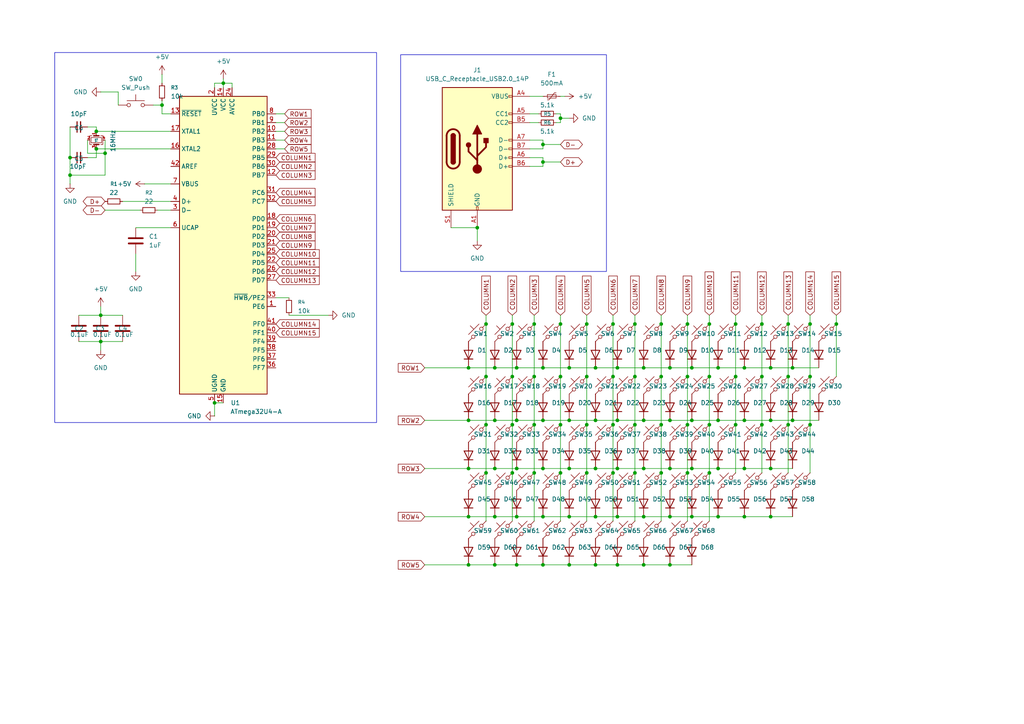
<source format=kicad_sch>
(kicad_sch (version 20250114) (generator "eeschema") (generator_version "9.0")
  (paper "A4")
  (rectangle (start 15.875 15.24) (end 109.22 122.555))
  (rectangle (start 116.205 15.875) (end 175.895 78.74))
  (junction (at 179.07 106.68))
  (junction (at 208.28 106.68))
  (junction (at 184.15 123.19))
  (junction (at 184.15 109.22))
  (junction (at 170.18 93.98))
  (junction (at 208.28 149.86))
  (junction (at 186.69 106.68))
  (junction (at 194.31 106.68))
  (junction (at 140.97 137.16))
  (junction (at 143.51 121.92))
  (junction (at 170.18 137.16))
  (junction (at 135.89 135.89))
  (junction (at 27.94 43.18))
  (junction (at 194.31 149.86))
  (junction (at 135.89 106.68))
  (junction (at 242.57 93.98))
  (junction (at 184.15 137.16))
  (junction (at 223.52 135.89))
  (junction (at 172.72 135.89))
  (junction (at 148.59 123.19))
  (junction (at 148.59 93.98))
  (junction (at 215.9 135.89))
  (junction (at 140.97 123.19))
  (junction (at 162.56 34.29))
  (junction (at 229.87 106.68))
  (junction (at 199.39 109.22))
  (junction (at 165.1 149.86))
  (junction (at 154.94 137.16))
  (junction (at 138.43 66.04))
  (junction (at 205.74 123.19))
  (junction (at 213.36 93.98))
  (junction (at 149.86 149.86))
  (junction (at 149.86 121.92))
  (junction (at 223.52 106.68))
  (junction (at 228.6 93.98))
  (junction (at 162.56 93.98))
  (junction (at 199.39 137.16))
  (junction (at 179.07 135.89))
  (junction (at 177.8 93.98))
  (junction (at 157.48 46.99))
  (junction (at 177.8 109.22))
  (junction (at 205.74 137.16))
  (junction (at 165.1 163.83))
  (junction (at 177.8 123.19))
  (junction (at 62.23 116.84))
  (junction (at 179.07 149.86))
  (junction (at 157.48 149.86))
  (junction (at 200.66 106.68))
  (junction (at 220.98 93.98))
  (junction (at 157.48 41.91))
  (junction (at 220.98 123.19))
  (junction (at 220.98 109.22))
  (junction (at 191.77 93.98))
  (junction (at 223.52 149.86))
  (junction (at 215.9 106.68))
  (junction (at 186.69 121.92))
  (junction (at 143.51 149.86))
  (junction (at 135.89 121.92))
  (junction (at 191.77 109.22))
  (junction (at 234.95 123.19))
  (junction (at 234.95 109.22))
  (junction (at 186.69 135.89))
  (junction (at 200.66 135.89))
  (junction (at 184.15 93.98))
  (junction (at 162.56 109.22))
  (junction (at 29.21 91.44))
  (junction (at 148.59 137.16))
  (junction (at 199.39 93.98))
  (junction (at 172.72 121.92))
  (junction (at 186.69 149.86))
  (junction (at 143.51 163.83))
  (junction (at 20.32 45.72))
  (junction (at 165.1 106.68))
  (junction (at 191.77 137.16))
  (junction (at 172.72 163.83))
  (junction (at 200.66 121.92))
  (junction (at 143.51 135.89))
  (junction (at 162.56 137.16))
  (junction (at 29.21 99.06))
  (junction (at 143.51 106.68))
  (junction (at 208.28 121.92))
  (junction (at 135.89 149.86))
  (junction (at 177.8 137.16))
  (junction (at 149.86 163.83))
  (junction (at 157.48 135.89))
  (junction (at 140.97 93.98))
  (junction (at 223.52 121.92))
  (junction (at 162.56 123.19))
  (junction (at 213.36 109.22))
  (junction (at 200.66 149.86))
  (junction (at 228.6 123.19))
  (junction (at 27.94 38.1))
  (junction (at 194.31 135.89))
  (junction (at 170.18 123.19))
  (junction (at 205.74 109.22))
  (junction (at 149.86 135.89))
  (junction (at 194.31 121.92))
  (junction (at 228.6 109.22))
  (junction (at 172.72 106.68))
  (junction (at 157.48 121.92))
  (junction (at 165.1 121.92))
  (junction (at 64.77 24.13))
  (junction (at 205.74 93.98))
  (junction (at 157.48 163.83))
  (junction (at 179.07 163.83))
  (junction (at 165.1 135.89))
  (junction (at 191.77 123.19))
  (junction (at 140.97 109.22))
  (junction (at 234.95 93.98))
  (junction (at 154.94 123.19))
  (junction (at 179.07 121.92))
  (junction (at 46.99 30.48))
  (junction (at 154.94 93.98))
  (junction (at 30.48 44.45))
  (junction (at 213.36 123.19))
  (junction (at 20.32 50.8))
  (junction (at 215.9 121.92))
  (junction (at 170.18 109.22))
  (junction (at 208.28 135.89))
  (junction (at 194.31 163.83))
  (junction (at 229.87 121.92))
  (junction (at 186.69 163.83))
  (junction (at 135.89 163.83))
  (junction (at 157.48 106.68))
  (junction (at 154.94 109.22))
  (junction (at 172.72 149.86))
  (junction (at 215.9 149.86))
  (junction (at 148.59 109.22))
  (junction (at 199.39 123.19))
  (junction (at 149.86 106.68))
  (wire (pts (xy 157.48 106.68) (xy 165.1 106.68)))
  (wire (pts (xy 172.72 149.86) (xy 179.07 149.86)))
  (wire (pts (xy 234.95 109.22) (xy 234.95 123.19)))
  (wire (pts (xy 34.29 26.67) (xy 34.29 30.48)))
  (wire (pts (xy 67.31 25.4) (xy 67.31 24.13)))
  (wire (pts (xy 162.56 34.29) (xy 165.1 34.29)))
  (wire (pts (xy 35.56 58.42) (xy 49.53 58.42)))
  (wire (pts (xy 135.89 135.89) (xy 143.51 135.89)))
  (wire (pts (xy 140.97 137.16) (xy 140.97 151.13)))
  (wire (pts (xy 234.95 93.98) (xy 234.95 109.22)))
  (wire (pts (xy 172.72 106.68) (xy 179.07 106.68)))
  (wire (pts (xy 205.74 123.19) (xy 205.74 137.16)))
  (wire (pts (xy 170.18 109.22) (xy 170.18 123.19)))
  (wire (pts (xy 148.59 91.44) (xy 148.59 93.98)))
  (wire (pts (xy 215.9 149.86) (xy 223.52 149.86)))
  (wire (pts (xy 157.48 43.18) (xy 157.48 41.91)))
  (wire (pts (xy 194.31 106.68) (xy 200.66 106.68)))
  (wire (pts (xy 157.48 41.91) (xy 157.48 40.64)))
  (wire (pts (xy 186.69 149.86) (xy 194.31 149.86)))
  (wire (pts (xy 223.52 106.68) (xy 229.87 106.68)))
  (wire (pts (xy 234.95 91.44) (xy 234.95 93.98)))
  (wire (pts (xy 30.48 50.8) (xy 20.32 50.8)))
  (wire (pts (xy 200.66 135.89) (xy 208.28 135.89)))
  (wire (pts (xy 205.74 137.16) (xy 205.74 151.13)))
  (wire (pts (xy 170.18 93.98) (xy 170.18 109.22)))
  (wire (pts (xy 199.39 109.22) (xy 199.39 123.19)))
  (wire (pts (xy 153.67 40.64) (xy 157.48 40.64)))
  (wire (pts (xy 140.97 109.22) (xy 140.97 123.19)))
  (wire (pts (xy 149.86 106.68) (xy 157.48 106.68)))
  (wire (pts (xy 29.21 88.9) (xy 29.21 91.44)))
  (wire (pts (xy 191.77 137.16) (xy 191.77 151.13)))
  (wire (pts (xy 157.48 46.99) (xy 157.48 48.26)))
  (wire (pts (xy 67.31 24.13) (xy 64.77 24.13)))
  (wire (pts (xy 194.31 121.92) (xy 200.66 121.92)))
  (wire (pts (xy 170.18 123.19) (xy 170.18 137.16)))
  (wire (pts (xy 205.74 91.44) (xy 205.74 93.98)))
  (wire (pts (xy 162.56 109.22) (xy 162.56 123.19)))
  (wire (pts (xy 27.94 36.83) (xy 27.94 38.1)))
  (wire (pts (xy 154.94 137.16) (xy 154.94 151.13)))
  (wire (pts (xy 161.29 33.02) (xy 162.56 33.02)))
  (wire (pts (xy 46.99 33.02) (xy 49.53 33.02)))
  (wire (pts (xy 228.6 91.44) (xy 228.6 93.98)))
  (wire (pts (xy 29.21 26.67) (xy 34.29 26.67)))
  (wire (pts (xy 30.48 44.45) (xy 30.48 40.64)))
  (wire (pts (xy 149.86 135.89) (xy 157.48 135.89)))
  (wire (pts (xy 172.72 163.83) (xy 179.07 163.83)))
  (wire (pts (xy 165.1 149.86) (xy 172.72 149.86)))
  (wire (pts (xy 153.67 45.72) (xy 157.48 45.72)))
  (wire (pts (xy 153.67 43.18) (xy 157.48 43.18)))
  (wire (pts (xy 165.1 121.92) (xy 172.72 121.92)))
  (wire (pts (xy 29.21 99.06) (xy 29.21 101.6)))
  (wire (pts (xy 157.48 46.99) (xy 162.56 46.99)))
  (wire (pts (xy 208.28 135.89) (xy 215.9 135.89)))
  (wire (pts (xy 153.67 48.26) (xy 157.48 48.26)))
  (wire (pts (xy 64.77 22.86) (xy 64.77 24.13)))
  (wire (pts (xy 27.94 45.72) (xy 27.94 43.18)))
  (wire (pts (xy 46.99 29.21) (xy 46.99 30.48)))
  (wire (pts (xy 186.69 163.83) (xy 194.31 163.83)))
  (wire (pts (xy 80.01 86.36) (xy 83.82 86.36)))
  (wire (pts (xy 22.86 91.44) (xy 29.21 91.44)))
  (wire (pts (xy 205.74 93.98) (xy 205.74 109.22)))
  (wire (pts (xy 172.72 135.89) (xy 179.07 135.89)))
  (wire (pts (xy 194.31 163.83) (xy 200.66 163.83)))
  (wire (pts (xy 184.15 93.98) (xy 184.15 109.22)))
  (wire (pts (xy 20.32 45.72) (xy 20.32 50.8)))
  (wire (pts (xy 135.89 149.86) (xy 143.51 149.86)))
  (wire (pts (xy 191.77 91.44) (xy 191.77 93.98)))
  (wire (pts (xy 153.67 35.56) (xy 156.21 35.56)))
  (wire (pts (xy 220.98 91.44) (xy 220.98 93.98)))
  (wire (pts (xy 184.15 123.19) (xy 184.15 137.16)))
  (wire (pts (xy 228.6 109.22) (xy 228.6 123.19)))
  (wire (pts (xy 162.56 93.98) (xy 162.56 109.22)))
  (wire (pts (xy 161.29 35.56) (xy 162.56 35.56)))
  (wire (pts (xy 143.51 121.92) (xy 149.86 121.92)))
  (wire (pts (xy 170.18 91.44) (xy 170.18 93.98)))
  (wire (pts (xy 140.97 91.44) (xy 140.97 93.98)))
  (wire (pts (xy 123.19 149.86) (xy 135.89 149.86)))
  (wire (pts (xy 25.4 36.83) (xy 27.94 36.83)))
  (wire (pts (xy 148.59 123.19) (xy 148.59 137.16)))
  (wire (pts (xy 242.57 93.98) (xy 242.57 109.22)))
  (wire (pts (xy 184.15 137.16) (xy 184.15 151.13)))
  (wire (pts (xy 82.55 33.02) (xy 80.01 33.02)))
  (wire (pts (xy 157.48 149.86) (xy 165.1 149.86)))
  (wire (pts (xy 123.19 163.83) (xy 135.89 163.83)))
  (wire (pts (xy 228.6 93.98) (xy 228.6 109.22)))
  (wire (pts (xy 135.89 106.68) (xy 143.51 106.68)))
  (wire (pts (xy 186.69 106.68) (xy 194.31 106.68)))
  (wire (pts (xy 162.56 91.44) (xy 162.56 93.98)))
  (wire (pts (xy 162.56 34.29) (xy 162.56 35.56)))
  (wire (pts (xy 179.07 149.86) (xy 186.69 149.86)))
  (wire (pts (xy 162.56 123.19) (xy 162.56 137.16)))
  (wire (pts (xy 82.55 43.18) (xy 80.01 43.18)))
  (wire (pts (xy 200.66 121.92) (xy 208.28 121.92)))
  (wire (pts (xy 157.48 41.91) (xy 162.56 41.91)))
  (wire (pts (xy 162.56 33.02) (xy 162.56 34.29)))
  (wire (pts (xy 199.39 123.19) (xy 199.39 137.16)))
  (wire (pts (xy 154.94 93.98) (xy 154.94 109.22)))
  (wire (pts (xy 177.8 137.16) (xy 177.8 151.13)))
  (wire (pts (xy 153.67 27.94) (xy 157.48 27.94)))
  (wire (pts (xy 165.1 106.68) (xy 172.72 106.68)))
  (wire (pts (xy 82.55 38.1) (xy 80.01 38.1)))
  (wire (pts (xy 154.94 123.19) (xy 154.94 137.16)))
  (wire (pts (xy 186.69 135.89) (xy 194.31 135.89)))
  (wire (pts (xy 41.91 53.34) (xy 49.53 53.34)))
  (wire (pts (xy 199.39 91.44) (xy 199.39 93.98)))
  (wire (pts (xy 177.8 123.19) (xy 177.8 137.16)))
  (wire (pts (xy 83.82 91.44) (xy 95.25 91.44)))
  (wire (pts (xy 157.48 163.83) (xy 165.1 163.83)))
  (wire (pts (xy 194.31 149.86) (xy 200.66 149.86)))
  (wire (pts (xy 143.51 106.68) (xy 149.86 106.68)))
  (wire (pts (xy 208.28 149.86) (xy 215.9 149.86)))
  (wire (pts (xy 140.97 123.19) (xy 140.97 137.16)))
  (wire (pts (xy 220.98 93.98) (xy 220.98 109.22)))
  (wire (pts (xy 25.4 44.45) (xy 30.48 44.45)))
  (wire (pts (xy 29.21 99.06) (xy 35.56 99.06)))
  (wire (pts (xy 194.31 135.89) (xy 200.66 135.89)))
  (wire (pts (xy 22.86 99.06) (xy 29.21 99.06)))
  (wire (pts (xy 223.52 121.92) (xy 229.87 121.92)))
  (wire (pts (xy 191.77 93.98) (xy 191.77 109.22)))
  (wire (pts (xy 223.52 149.86) (xy 229.87 149.86)))
  (wire (pts (xy 62.23 116.84) (xy 62.23 120.65)))
  (wire (pts (xy 123.19 106.68) (xy 135.89 106.68)))
  (wire (pts (xy 62.23 24.13) (xy 62.23 25.4)))
  (wire (pts (xy 30.48 44.45) (xy 30.48 50.8)))
  (wire (pts (xy 149.86 121.92) (xy 157.48 121.92)))
  (wire (pts (xy 199.39 93.98) (xy 199.39 109.22)))
  (wire (pts (xy 25.4 40.64) (xy 25.4 44.45)))
  (wire (pts (xy 20.32 36.83) (xy 20.32 45.72)))
  (wire (pts (xy 215.9 106.68) (xy 223.52 106.68)))
  (wire (pts (xy 27.94 43.18) (xy 49.53 43.18)))
  (wire (pts (xy 46.99 30.48) (xy 46.99 33.02)))
  (wire (pts (xy 29.21 91.44) (xy 35.56 91.44)))
  (wire (pts (xy 148.59 93.98) (xy 148.59 109.22)))
  (wire (pts (xy 177.8 91.44) (xy 177.8 93.98)))
  (wire (pts (xy 143.51 149.86) (xy 149.86 149.86)))
  (wire (pts (xy 191.77 109.22) (xy 191.77 123.19)))
  (wire (pts (xy 213.36 91.44) (xy 213.36 93.98)))
  (wire (pts (xy 157.48 135.89) (xy 165.1 135.89)))
  (wire (pts (xy 135.89 163.83) (xy 143.51 163.83)))
  (wire (pts (xy 46.99 21.59) (xy 46.99 24.13)))
  (wire (pts (xy 149.86 149.86) (xy 157.48 149.86)))
  (wire (pts (xy 44.45 30.48) (xy 46.99 30.48)))
  (wire (pts (xy 20.32 53.34) (xy 20.32 50.8)))
  (wire (pts (xy 82.55 35.56) (xy 80.01 35.56)))
  (wire (pts (xy 123.19 135.89) (xy 135.89 135.89)))
  (wire (pts (xy 184.15 109.22) (xy 184.15 123.19)))
  (wire (pts (xy 215.9 135.89) (xy 223.52 135.89)))
  (wire (pts (xy 229.87 106.68) (xy 237.49 106.68)))
  (wire (pts (xy 179.07 121.92) (xy 186.69 121.92)))
  (wire (pts (xy 186.69 121.92) (xy 194.31 121.92)))
  (wire (pts (xy 179.07 135.89) (xy 186.69 135.89)))
  (wire (pts (xy 213.36 109.22) (xy 213.36 123.19)))
  (wire (pts (xy 140.97 93.98) (xy 140.97 109.22)))
  (wire (pts (xy 157.48 45.72) (xy 157.48 46.99)))
  (wire (pts (xy 143.51 163.83) (xy 149.86 163.83)))
  (wire (pts (xy 172.72 121.92) (xy 179.07 121.92)))
  (wire (pts (xy 148.59 109.22) (xy 148.59 123.19)))
  (wire (pts (xy 39.37 73.66) (xy 39.37 78.74)))
  (wire (pts (xy 208.28 106.68) (xy 215.9 106.68)))
  (wire (pts (xy 157.48 121.92) (xy 165.1 121.92)))
  (wire (pts (xy 82.55 40.64) (xy 80.01 40.64)))
  (wire (pts (xy 170.18 137.16) (xy 170.18 151.13)))
  (wire (pts (xy 163.83 27.94) (xy 162.56 27.94)))
  (wire (pts (xy 135.89 121.92) (xy 143.51 121.92)))
  (wire (pts (xy 62.23 116.84) (xy 64.77 116.84)))
  (wire (pts (xy 200.66 149.86) (xy 208.28 149.86)))
  (wire (pts (xy 154.94 91.44) (xy 154.94 93.98)))
  (wire (pts (xy 130.81 66.04) (xy 138.43 66.04)))
  (wire (pts (xy 199.39 137.16) (xy 199.39 151.13)))
  (wire (pts (xy 123.19 121.92) (xy 135.89 121.92)))
  (wire (pts (xy 45.72 60.96) (xy 49.53 60.96)))
  (wire (pts (xy 165.1 135.89) (xy 172.72 135.89)))
  (wire (pts (xy 205.74 109.22) (xy 205.74 123.19)))
  (wire (pts (xy 162.56 137.16) (xy 162.56 151.13)))
  (wire (pts (xy 220.98 123.19) (xy 220.98 137.16)))
  (wire (pts (xy 213.36 123.19) (xy 213.36 137.16)))
  (wire (pts (xy 138.43 66.04) (xy 138.43 69.85)))
  (wire (pts (xy 179.07 163.83) (xy 186.69 163.83)))
  (wire (pts (xy 177.8 93.98) (xy 177.8 109.22)))
  (wire (pts (xy 25.4 45.72) (xy 27.94 45.72)))
  (wire (pts (xy 154.94 109.22) (xy 154.94 123.19)))
  (wire (pts (xy 215.9 121.92) (xy 223.52 121.92)))
  (wire (pts (xy 184.15 91.44) (xy 184.15 93.98)))
  (wire (pts (xy 30.48 60.96) (xy 40.64 60.96)))
  (wire (pts (xy 242.57 91.44) (xy 242.57 93.98)))
  (wire (pts (xy 143.51 135.89) (xy 149.86 135.89)))
  (wire (pts (xy 27.94 38.1) (xy 49.53 38.1)))
  (wire (pts (xy 149.86 163.83) (xy 157.48 163.83)))
  (wire (pts (xy 220.98 109.22) (xy 220.98 123.19)))
  (wire (pts (xy 208.28 121.92) (xy 215.9 121.92)))
  (wire (pts (xy 148.59 137.16) (xy 148.59 151.13)))
  (wire (pts (xy 177.8 109.22) (xy 177.8 123.19)))
  (wire (pts (xy 165.1 163.83) (xy 172.72 163.83)))
  (wire (pts (xy 223.52 135.89) (xy 229.87 135.89)))
  (wire (pts (xy 39.37 66.04) (xy 49.53 66.04)))
  (wire (pts (xy 64.77 24.13) (xy 62.23 24.13)))
  (wire (pts (xy 179.07 106.68) (xy 186.69 106.68)))
  (wire (pts (xy 229.87 121.92) (xy 237.49 121.92)))
  (wire (pts (xy 200.66 106.68) (xy 208.28 106.68)))
  (wire (pts (xy 153.67 33.02) (xy 156.21 33.02)))
  (wire (pts (xy 234.95 123.19) (xy 234.95 137.16)))
  (wire (pts (xy 213.36 93.98) (xy 213.36 109.22)))
  (wire (pts (xy 64.77 24.13) (xy 64.77 25.4)))
  (wire (pts (xy 228.6 123.19) (xy 228.6 137.16)))
  (wire (pts (xy 191.77 123.19) (xy 191.77 137.16)))
  (global_label "COLUMN11" (shape input) (at 80.01 76.2 0) (property "Intersheetrefs" "${INTERSHEET_REFS}" (effects (hide yes))))
  (global_label "COLUMN3" (shape input) (at 80.01 50.8 0) (property "Intersheetrefs" "${INTERSHEET_REFS}" (effects (hide yes))))
  (global_label "COLUMN1" (shape input) (at 140.97 91.44 90) (property "Intersheetrefs" "${INTERSHEET_REFS}" (effects (hide yes))))
  (global_label "COLUMN5" (shape input) (at 80.01 58.42 0) (property "Intersheetrefs" "${INTERSHEET_REFS}" (effects (hide yes))))
  (global_label "COLUMN14" (shape input) (at 80.01 93.98 0) (property "Intersheetrefs" "${INTERSHEET_REFS}" (effects (hide yes))))
  (global_label "COLUMN8" (shape input) (at 80.01 68.58 0) (property "Intersheetrefs" "${INTERSHEET_REFS}" (effects (hide yes))))
  (global_label "COLUMN11" (shape input) (at 213.36 91.44 90) (property "Intersheetrefs" "${INTERSHEET_REFS}" (effects (hide yes))))
  (global_label "COLUMN13" (shape input) (at 80.01 81.28 0) (property "Intersheetrefs" "${INTERSHEET_REFS}" (effects (hide yes))))
  (global_label "COLUMN4" (shape input) (at 80.01 55.88 0) (property "Intersheetrefs" "${INTERSHEET_REFS}" (effects (hide yes))))
  (global_label "COLUMN7" (shape input) (at 184.15 91.44 90) (property "Intersheetrefs" "${INTERSHEET_REFS}" (effects (hide yes))))
  (global_label "ROW4" (shape input) (at 82.55 40.64 0) (property "Intersheetrefs" "${INTERSHEET_REFS}" (effects (hide yes))))
  (global_label "COLUMN3" (shape input) (at 154.94 91.44 90) (property "Intersheetrefs" "${INTERSHEET_REFS}" (effects (hide yes))))
  (global_label "COLUMN15" (shape input) (at 80.01 96.52 0) (property "Intersheetrefs" "${INTERSHEET_REFS}" (effects (hide yes))))
  (global_label "ROW3" (shape input) (at 82.55 38.1 0) (property "Intersheetrefs" "${INTERSHEET_REFS}" (effects (hide yes))))
  (global_label "COLUMN2" (shape input) (at 80.01 48.26 0) (property "Intersheetrefs" "${INTERSHEET_REFS}" (effects (hide yes))))
  (global_label "ROW3" (shape input) (at 123.19 135.89 180) (property "Intersheetrefs" "${INTERSHEET_REFS}" (effects (hide yes))))
  (global_label "ROW1" (shape input) (at 123.19 106.68 180) (property "Intersheetrefs" "${INTERSHEET_REFS}" (effects (hide yes))))
  (global_label "COLUMN14" (shape input) (at 234.95 91.44 90) (property "Intersheetrefs" "${INTERSHEET_REFS}" (effects (hide yes))))
  (global_label "D+" (shape bidirectional) (at 162.56 46.99 0) (property "Intersheetrefs" "${INTERSHEET_REFS}" (effects (hide yes))))
  (global_label "COLUMN12" (shape input) (at 220.98 91.44 90) (property "Intersheetrefs" "${INTERSHEET_REFS}" (effects (hide yes))))
  (global_label "COLUMN1" (shape input) (at 80.01 45.72 0) (property "Intersheetrefs" "${INTERSHEET_REFS}" (effects (hide yes))))
  (global_label "COLUMN15" (shape input) (at 242.57 91.44 90) (property "Intersheetrefs" "${INTERSHEET_REFS}" (effects (hide yes))))
  (global_label "COLUMN6" (shape input) (at 177.8 91.44 90) (property "Intersheetrefs" "${INTERSHEET_REFS}" (effects (hide yes))))
  (global_label "COLUMN4" (shape input) (at 162.56 91.44 90) (property "Intersheetrefs" "${INTERSHEET_REFS}" (effects (hide yes))))
  (global_label "COLUMN6" (shape input) (at 80.01 63.5 0) (property "Intersheetrefs" "${INTERSHEET_REFS}" (effects (hide yes))))
  (global_label "D+" (shape bidirectional) (at 30.48 58.42 180) (property "Intersheetrefs" "${INTERSHEET_REFS}" (effects (hide yes))))
  (global_label "ROW2" (shape input) (at 123.19 121.92 180) (property "Intersheetrefs" "${INTERSHEET_REFS}" (effects (hide yes))))
  (global_label "ROW2" (shape input) (at 82.55 35.56 0) (property "Intersheetrefs" "${INTERSHEET_REFS}" (effects (hide yes))))
  (global_label "COLUMN9" (shape input) (at 80.01 71.12 0) (property "Intersheetrefs" "${INTERSHEET_REFS}" (effects (hide yes))))
  (global_label "ROW4" (shape input) (at 123.19 149.86 180) (property "Intersheetrefs" "${INTERSHEET_REFS}" (effects (hide yes))))
  (global_label "COLUMN9" (shape input) (at 199.39 91.44 90) (property "Intersheetrefs" "${INTERSHEET_REFS}" (effects (hide yes))))
  (global_label "ROW5" (shape input) (at 123.19 163.83 180) (property "Intersheetrefs" "${INTERSHEET_REFS}" (effects (hide yes))))
  (global_label "COLUMN13" (shape input) (at 228.6 91.44 90) (property "Intersheetrefs" "${INTERSHEET_REFS}" (effects (hide yes))))
  (global_label "COLUMN2" (shape input) (at 148.59 91.44 90) (property "Intersheetrefs" "${INTERSHEET_REFS}" (effects (hide yes))))
  (global_label "COLUMN8" (shape input) (at 191.77 91.44 90) (property "Intersheetrefs" "${INTERSHEET_REFS}" (effects (hide yes))))
  (global_label "D-" (shape bidirectional) (at 30.48 60.96 180) (property "Intersheetrefs" "${INTERSHEET_REFS}" (effects (hide yes))))
  (global_label "COLUMN7" (shape input) (at 80.01 66.04 0) (property "Intersheetrefs" "${INTERSHEET_REFS}" (effects (hide yes))))
  (global_label "ROW5" (shape input) (at 82.55 43.18 0) (property "Intersheetrefs" "${INTERSHEET_REFS}" (effects (hide yes))))
  (global_label "COLUMN10" (shape input) (at 205.74 91.44 90) (property "Intersheetrefs" "${INTERSHEET_REFS}" (effects (hide yes))))
  (global_label "COLUMN5" (shape input) (at 170.18 91.44 90) (property "Intersheetrefs" "${INTERSHEET_REFS}" (effects (hide yes))))
  (global_label "D-" (shape bidirectional) (at 162.56 41.91 0) (property "Intersheetrefs" "${INTERSHEET_REFS}" (effects (hide yes))))
  (global_label "ROW1" (shape input) (at 82.55 33.02 0) (property "Intersheetrefs" "${INTERSHEET_REFS}" (effects (hide yes))))
  (global_label "COLUMN10" (shape input) (at 80.01 73.66 0) (property "Intersheetrefs" "${INTERSHEET_REFS}" (effects (hide yes))))
  (global_label "COLUMN12" (shape input) (at 80.01 78.74 0) (property "Intersheetrefs" "${INTERSHEET_REFS}" (effects (hide yes))))
  (symbol (lib_id "Diode:1N4148WT") (at 194.31 146.05 90) (unit 1)
    (property "Reference" "D53" (at 196.85 144.7799 90) (effects (justify right)))
    (property "Value" "1N4148WT" (effects (hide yes)))
    (property "Footprint" "Diode_SMD:D_SOD-123" (effects (hide yes)))
    (property "Datasheet" "https://www.diodes.com/assets/Datasheets/ds30396.pdf" (effects (hide yes)))
    (property "Description" "75V 0.15A Fast switching Diode, SOD-523" (effects (hide yes)))
    (property "Sim.Device" "D" (effects (hide yes)))
    (property "Sim.Pins" "1=K 2=A" (effects (hide yes)))
  )
  (symbol (lib_id "Switch:SW_Push_45deg") (at 189.23 111.76 90) (unit 1)
    (property "Reference" "SW23" (at 188.214 112.014 90) (effects (justify right)))
    (property "Value" "SW_Push_45deg" (effects (hide yes)))
    (property "Footprint" "Button_Switch_Keyboard:SW_Cherry_MX_1.00u_PCB" (effects (hide yes)))
    (property "Description" "Push button switch, normally open, two pins, 45° tilted" (effects (hide yes)))
  )
  (symbol (lib_id "Diode:1N4148WT") (at 186.69 160.02 90) (unit 1)
    (property "Reference" "D66" (at 189.23 158.7499 90) (effects (justify right)))
    (property "Value" "1N4148WT" (effects (hide yes)))
    (property "Footprint" "Diode_SMD:D_SOD-123" (effects (hide yes)))
    (property "Datasheet" "https://www.diodes.com/assets/Datasheets/ds30396.pdf" (effects (hide yes)))
    (property "Description" "75V 0.15A Fast switching Diode, SOD-523" (effects (hide yes)))
    (property "Sim.Device" "D" (effects (hide yes)))
    (property "Sim.Pins" "1=K 2=A" (effects (hide yes)))
  )
  (symbol (lib_id "Diode:1N4148WT") (at 179.07 160.02 90) (unit 1)
    (property "Reference" "D65" (at 181.61 158.7499 90) (effects (justify right)))
    (property "Value" "1N4148WT" (effects (hide yes)))
    (property "Footprint" "Diode_SMD:D_SOD-123" (effects (hide yes)))
    (property "Datasheet" "https://www.diodes.com/assets/Datasheets/ds30396.pdf" (effects (hide yes)))
    (property "Description" "75V 0.15A Fast switching Diode, SOD-523" (effects (hide yes)))
    (property "Sim.Device" "D" (effects (hide yes)))
    (property "Sim.Pins" "1=K 2=A" (effects (hide yes)))
  )
  (symbol (lib_id "Device:C") (at 22.86 95.25 0) (unit 1)
    (property "Reference" "C2" (at 21.59 95.25 0) (effects (justify left)))
    (property "Value" "0.1uF" (at 20.32 97.028 0) (effects (justify left)))
    (property "Footprint" "Capacitor_SMD:C_0805_2012Metric" (effects (hide yes)))
    (property "Description" "Unpolarized capacitor" (effects (hide yes)))
  )
  (symbol (lib_id "Diode:1N4148WT") (at 208.28 146.05 90) (unit 1)
    (property "Reference" "D55" (at 210.82 144.7799 90) (effects (justify right)))
    (property "Value" "1N4148WT" (effects (hide yes)))
    (property "Footprint" "Diode_SMD:D_SOD-123" (effects (hide yes)))
    (property "Datasheet" "https://www.diodes.com/assets/Datasheets/ds30396.pdf" (effects (hide yes)))
    (property "Description" "75V 0.15A Fast switching Diode, SOD-523" (effects (hide yes)))
    (property "Sim.Device" "D" (effects (hide yes)))
    (property "Sim.Pins" "1=K 2=A" (effects (hide yes)))
  )
  (symbol (lib_id "Diode:1N4148WT") (at 165.1 102.87 90) (unit 1)
    (property "Reference" "D5" (at 167.64 101.5999 90) (effects (justify right)))
    (property "Value" "1N4148WT" (effects (hide yes)))
    (property "Footprint" "Diode_SMD:D_SOD-123" (effects (hide yes)))
    (property "Datasheet" "https://www.diodes.com/assets/Datasheets/ds30396.pdf" (effects (hide yes)))
    (property "Description" "75V 0.15A Fast switching Diode, SOD-523" (effects (hide yes)))
    (property "Sim.Device" "D" (effects (hide yes)))
    (property "Sim.Pins" "1=K 2=A" (effects (hide yes)))
  )
  (symbol (lib_id "Switch:SW_Push_45deg") (at 189.23 125.73 90) (unit 1)
    (property "Reference" "SW38" (at 188.214 125.984 90) (effects (justify right)))
    (property "Value" "SW_Push_45deg" (effects (hide yes)))
    (property "Footprint" "Button_Switch_Keyboard:SW_Cherry_MX_1.00u_PCB" (effects (hide yes)))
    (property "Description" "Push button switch, normally open, two pins, 45° tilted" (effects (hide yes)))
  )
  (symbol (lib_id "Switch:SW_Push_45deg") (at 210.82 111.76 90) (unit 1)
    (property "Reference" "SW26" (at 209.804 112.014 90) (effects (justify right)))
    (property "Value" "SW_Push_45deg" (effects (hide yes)))
    (property "Footprint" "Button_Switch_Keyboard:SW_Cherry_MX_1.00u_PCB" (effects (hide yes)))
    (property "Description" "Push button switch, normally open, two pins, 45° tilted" (effects (hide yes)))
  )
  (symbol (lib_id "Switch:SW_Push_45deg") (at 218.44 125.73 90) (unit 1)
    (property "Reference" "SW42" (at 217.424 125.984 90) (effects (justify right)))
    (property "Value" "SW_Push_45deg" (effects (hide yes)))
    (property "Footprint" "Button_Switch_Keyboard:SW_Cherry_MX_1.00u_PCB" (effects (hide yes)))
    (property "Description" "Push button switch, normally open, two pins, 45° tilted" (effects (hide yes)))
  )
  (symbol (lib_id "Switch:SW_Push_45deg") (at 196.85 111.76 90) (unit 1)
    (property "Reference" "SW24" (at 195.834 112.014 90) (effects (justify right)))
    (property "Value" "SW_Push_45deg" (effects (hide yes)))
    (property "Footprint" "Button_Switch_Keyboard:SW_Cherry_MX_1.00u_PCB" (effects (hide yes)))
    (property "Description" "Push button switch, normally open, two pins, 45° tilted" (effects (hide yes)))
  )
  (symbol (lib_id "Diode:1N4148WT") (at 172.72 102.87 90) (unit 1)
    (property "Reference" "D6" (at 175.26 101.5999 90) (effects (justify right)))
    (property "Value" "1N4148WT" (effects (hide yes)))
    (property "Footprint" "Diode_SMD:D_SOD-123" (effects (hide yes)))
    (property "Datasheet" "https://www.diodes.com/assets/Datasheets/ds30396.pdf" (effects (hide yes)))
    (property "Description" "75V 0.15A Fast switching Diode, SOD-523" (effects (hide yes)))
    (property "Sim.Device" "D" (effects (hide yes)))
    (property "Sim.Pins" "1=K 2=A" (effects (hide yes)))
  )
  (symbol (lib_id "Switch:SW_Push_45deg") (at 196.85 96.52 90) (unit 1)
    (property "Reference" "SW9" (at 195.834 96.774 90) (effects (justify right)))
    (property "Value" "SW_Push_45deg" (effects (hide yes)))
    (property "Footprint" "Button_Switch_Keyboard:SW_Cherry_MX_1.00u_PCB" (effects (hide yes)))
    (property "Description" "Push button switch, normally open, two pins, 45° tilted" (effects (hide yes)))
  )
  (symbol (lib_id "Switch:SW_Push_45deg") (at 232.41 111.76 90) (unit 1)
    (property "Reference" "SW29" (at 231.394 112.014 90) (effects (justify right)))
    (property "Value" "SW_Push_45deg" (effects (hide yes)))
    (property "Footprint" "Button_Switch_Keyboard:SW_Cherry_MX_1.00u_PCB" (effects (hide yes)))
    (property "Description" "Push button switch, normally open, two pins, 45° tilted" (effects (hide yes)))
  )
  (symbol (lib_id "Device:R_Small") (at 83.82 88.9 180) (unit 1)
    (property "Reference" "R4" (at 86.36 87.6299 0) (effects (font (size 1.016 1.016)) (justify right)))
    (property "Value" "10k" (at 86.36 90.1699 0) (effects (justify right)))
    (property "Footprint" "Resistor_SMD:R_0805_2012Metric" (effects (hide yes)))
    (property "Description" "Resistor, small symbol" (effects (hide yes)))
  )
  (symbol (lib_id "Diode:1N4148WT") (at 157.48 132.08 90) (unit 1)
    (property "Reference" "D34" (at 160.02 130.8099 90) (effects (justify right)))
    (property "Value" "1N4148WT" (effects (hide yes)))
    (property "Footprint" "Diode_SMD:D_SOD-123" (effects (hide yes)))
    (property "Datasheet" "https://www.diodes.com/assets/Datasheets/ds30396.pdf" (effects (hide yes)))
    (property "Description" "75V 0.15A Fast switching Diode, SOD-523" (effects (hide yes)))
    (property "Sim.Device" "D" (effects (hide yes)))
    (property "Sim.Pins" "1=K 2=A" (effects (hide yes)))
  )
  (symbol (lib_id "Switch:SW_Push_45deg") (at 240.03 111.76 90) (unit 1)
    (property "Reference" "SW30" (at 239.014 112.014 90) (effects (justify right)))
    (property "Value" "SW_Push_45deg" (effects (hide yes)))
    (property "Footprint" "Button_Switch_Keyboard:SW_Cherry_MX_1.50u_PCB" (effects (hide yes)))
    (property "Description" "Push button switch, normally open, two pins, 45° tilted" (effects (hide yes)))
  )
  (symbol (lib_id "Diode:1N4148WT") (at 194.31 132.08 90) (unit 1)
    (property "Reference" "D39" (at 196.85 130.8099 90) (effects (justify right)))
    (property "Value" "1N4148WT" (effects (hide yes)))
    (property "Footprint" "Diode_SMD:D_SOD-123" (effects (hide yes)))
    (property "Datasheet" "https://www.diodes.com/assets/Datasheets/ds30396.pdf" (effects (hide yes)))
    (property "Description" "75V 0.15A Fast switching Diode, SOD-523" (effects (hide yes)))
    (property "Sim.Device" "D" (effects (hide yes)))
    (property "Sim.Pins" "1=K 2=A" (effects (hide yes)))
  )
  (symbol (lib_id "Diode:1N4148WT") (at 149.86 132.08 90) (unit 1)
    (property "Reference" "D33" (at 152.4 130.8099 90) (effects (justify right)))
    (property "Value" "1N4148WT" (effects (hide yes)))
    (property "Footprint" "Diode_SMD:D_SOD-123" (effects (hide yes)))
    (property "Datasheet" "https://www.diodes.com/assets/Datasheets/ds30396.pdf" (effects (hide yes)))
    (property "Description" "75V 0.15A Fast switching Diode, SOD-523" (effects (hide yes)))
    (property "Sim.Device" "D" (effects (hide yes)))
    (property "Sim.Pins" "1=K 2=A" (effects (hide yes)))
  )
  (symbol (lib_id "Device:R_Small") (at 43.18 60.96 90) (unit 1)
    (property "Reference" "R2" (at 43.18 55.88 90) (effects (font (size 1.016 1.016))))
    (property "Value" "22" (at 43.18 58.42 90))
    (property "Footprint" "Resistor_SMD:R_0805_2012Metric" (effects (hide yes)))
    (property "Description" "Resistor, small symbol" (effects (hide yes)))
  )
  (symbol (lib_id "Device:C") (at 39.37 69.85 0) (unit 1)
    (property "Reference" "C1" (at 43.18 68.5799 0) (effects (justify left)))
    (property "Value" "1uF" (at 43.18 71.1199 0) (effects (justify left)))
    (property "Footprint" "Capacitor_SMD:C_0805_2012Metric" (effects (hide yes)))
    (property "Description" "Unpolarized capacitor" (effects (hide yes)))
  )
  (symbol (lib_id "power:GND") (at 165.1 34.29 90) (unit 1)
    (property "Reference" "#PWR011" (effects (hide yes)))
    (property "Value" "GND" (at 168.8151 34.2899 90) (effects (justify right)))
    (property "Description" "Power symbol creates a global label with name \"GND\" , ground" (effects (hide yes)))
  )
  (symbol (lib_id "Switch:SW_Push_45deg") (at 218.44 96.52 90) (unit 1)
    (property "Reference" "SW12" (at 217.424 96.774 90) (effects (justify right)))
    (property "Value" "SW_Push_45deg" (effects (hide yes)))
    (property "Footprint" "Button_Switch_Keyboard:SW_Cherry_MX_1.00u_PCB" (effects (hide yes)))
    (property "Description" "Push button switch, normally open, two pins, 45° tilted" (effects (hide yes)))
  )
  (symbol (lib_id "Diode:1N4148WT") (at 223.52 118.11 90) (unit 1)
    (property "Reference" "D28" (at 226.06 116.8399 90) (effects (justify right)))
    (property "Value" "1N4148WT" (effects (hide yes)))
    (property "Footprint" "Diode_SMD:D_SOD-123" (effects (hide yes)))
    (property "Datasheet" "https://www.diodes.com/assets/Datasheets/ds30396.pdf" (effects (hide yes)))
    (property "Description" "75V 0.15A Fast switching Diode, SOD-523" (effects (hide yes)))
    (property "Sim.Device" "D" (effects (hide yes)))
    (property "Sim.Pins" "1=K 2=A" (effects (hide yes)))
  )
  (symbol (lib_id "Switch:SW_Push_45deg") (at 181.61 153.67 90) (unit 1)
    (property "Reference" "SW65" (at 180.594 153.924 90) (effects (justify right)))
    (property "Value" "SW_Push_45deg" (effects (hide yes)))
    (property "Footprint" "Button_Switch_Keyboard:SW_Cherry_MX_1.00u_Plate" (effects (hide yes)))
    (property "Description" "Push button switch, normally open, two pins, 45° tilted" (effects (hide yes)))
  )
  (symbol (lib_id "Diode:1N4148WT") (at 237.49 118.11 90) (unit 1)
    (property "Reference" "D30" (at 240.03 116.8399 90) (effects (justify right)))
    (property "Value" "1N4148WT" (effects (hide yes)))
    (property "Footprint" "Diode_SMD:D_SOD-123" (effects (hide yes)))
    (property "Datasheet" "https://www.diodes.com/assets/Datasheets/ds30396.pdf" (effects (hide yes)))
    (property "Description" "75V 0.15A Fast switching Diode, SOD-523" (effects (hide yes)))
    (property "Sim.Device" "D" (effects (hide yes)))
    (property "Sim.Pins" "1=K 2=A" (effects (hide yes)))
  )
  (symbol (lib_id "Diode:1N4148WT") (at 223.52 146.05 90) (unit 1)
    (property "Reference" "D57" (at 226.06 144.7799 90) (effects (justify right)))
    (property "Value" "1N4148WT" (effects (hide yes)))
    (property "Footprint" "Diode_SMD:D_SOD-123" (effects (hide yes)))
    (property "Datasheet" "https://www.diodes.com/assets/Datasheets/ds30396.pdf" (effects (hide yes)))
    (property "Description" "75V 0.15A Fast switching Diode, SOD-523" (effects (hide yes)))
    (property "Sim.Device" "D" (effects (hide yes)))
    (property "Sim.Pins" "1=K 2=A" (effects (hide yes)))
  )
  (symbol (lib_id "Switch:SW_Push_45deg") (at 226.06 96.52 90) (unit 1)
    (property "Reference" "SW13" (at 225.044 96.774 90) (effects (justify right)))
    (property "Value" "SW_Push_45deg" (effects (hide yes)))
    (property "Footprint" "Button_Switch_Keyboard:SW_Cherry_MX_1.00u_PCB" (effects (hide yes)))
    (property "Description" "Push button switch, normally open, two pins, 45° tilted" (effects (hide yes)))
  )
  (symbol (lib_id "Diode:1N4148WT") (at 135.89 102.87 90) (unit 1)
    (property "Reference" "D1" (at 138.43 101.5999 90) (effects (justify right)))
    (property "Value" "1N4148WT" (effects (hide yes)))
    (property "Footprint" "Diode_SMD:D_SOD-123" (effects (hide yes)))
    (property "Datasheet" "https://www.diodes.com/assets/Datasheets/ds30396.pdf" (effects (hide yes)))
    (property "Description" "75V 0.15A Fast switching Diode, SOD-523" (effects (hide yes)))
    (property "Sim.Device" "D" (effects (hide yes)))
    (property "Sim.Pins" "1=K 2=A" (effects (hide yes)))
  )
  (symbol (lib_id "Switch:SW_Push_45deg") (at 175.26 153.67 90) (unit 1)
    (property "Reference" "SW64" (at 174.244 153.924 90) (effects (justify right)))
    (property "Value" "SW_Push_45deg" (effects (hide yes)))
    (property "Footprint" "Button_Switch_Keyboard:SW_Cherry_MX_1.00u_Plate" (effects (hide yes)))
    (property "Description" "Push button switch, normally open, two pins, 45° tilted" (effects (hide yes)))
  )
  (symbol (lib_id "Diode:1N4148WT") (at 157.48 160.02 90) (unit 1)
    (property "Reference" "D62" (at 160.02 158.7499 90) (effects (justify right)))
    (property "Value" "1N4148WT" (effects (hide yes)))
    (property "Footprint" "Diode_SMD:D_SOD-123" (effects (hide yes)))
    (property "Datasheet" "https://www.diodes.com/assets/Datasheets/ds30396.pdf" (effects (hide yes)))
    (property "Description" "75V 0.15A Fast switching Diode, SOD-523" (effects (hide yes)))
    (property "Sim.Device" "D" (effects (hide yes)))
    (property "Sim.Pins" "1=K 2=A" (effects (hide yes)))
  )
  (symbol (lib_id "Diode:1N4148WT") (at 223.52 102.87 90) (unit 1)
    (property "Reference" "D13" (at 226.06 101.5999 90) (effects (justify right)))
    (property "Value" "1N4148WT" (effects (hide yes)))
    (property "Footprint" "Diode_SMD:D_SOD-123" (effects (hide yes)))
    (property "Datasheet" "https://www.diodes.com/assets/Datasheets/ds30396.pdf" (effects (hide yes)))
    (property "Description" "75V 0.15A Fast switching Diode, SOD-523" (effects (hide yes)))
    (property "Sim.Device" "D" (effects (hide yes)))
    (property "Sim.Pins" "1=K 2=A" (effects (hide yes)))
  )
  (symbol (lib_id "Diode:1N4148WT") (at 194.31 102.87 90) (unit 1)
    (property "Reference" "D9" (at 196.85 101.5999 90) (effects (justify right)))
    (property "Value" "1N4148WT" (effects (hide yes)))
    (property "Footprint" "Diode_SMD:D_SOD-123" (effects (hide yes)))
    (property "Datasheet" "https://www.diodes.com/assets/Datasheets/ds30396.pdf" (effects (hide yes)))
    (property "Description" "75V 0.15A Fast switching Diode, SOD-523" (effects (hide yes)))
    (property "Sim.Device" "D" (effects (hide yes)))
    (property "Sim.Pins" "1=K 2=A" (effects (hide yes)))
  )
  (symbol (lib_id "Diode:1N4148WT") (at 135.89 160.02 90) (unit 1)
    (property "Reference" "D59" (at 138.43 158.7499 90) (effects (justify right)))
    (property "Value" "1N4148WT" (effects (hide yes)))
    (property "Footprint" "Diode_SMD:D_SOD-123" (effects (hide yes)))
    (property "Datasheet" "https://www.diodes.com/assets/Datasheets/ds30396.pdf" (effects (hide yes)))
    (property "Description" "75V 0.15A Fast switching Diode, SOD-523" (effects (hide yes)))
    (property "Sim.Device" "D" (effects (hide yes)))
    (property "Sim.Pins" "1=K 2=A" (effects (hide yes)))
  )
  (symbol (lib_id "Switch:SW_Push_45deg") (at 240.03 96.52 90) (unit 1)
    (property "Reference" "SW15" (at 239.014 96.774 90) (effects (justify right)))
    (property "Value" "SW_Push_45deg" (effects (hide yes)))
    (property "Footprint" "Button_Switch_Keyboard:SW_Cherry_MX_2.00u_PCB" (effects (hide yes)))
    (property "Description" "Push button switch, normally open, two pins, 45° tilted" (effects (hide yes)))
  )
  (symbol (lib_id "Diode:1N4148WT") (at 135.89 132.08 90) (unit 1)
    (property "Reference" "D31" (at 138.43 130.8099 90) (effects (justify right)))
    (property "Value" "1N4148WT" (effects (hide yes)))
    (property "Footprint" "Diode_SMD:D_SOD-123" (effects (hide yes)))
    (property "Datasheet" "https://www.diodes.com/assets/Datasheets/ds30396.pdf" (effects (hide yes)))
    (property "Description" "75V 0.15A Fast switching Diode, SOD-523" (effects (hide yes)))
    (property "Sim.Device" "D" (effects (hide yes)))
    (property "Sim.Pins" "1=K 2=A" (effects (hide yes)))
  )
  (symbol (lib_id "Switch:SW_Push_45deg") (at 196.85 153.67 90) (unit 1)
    (property "Reference" "SW67" (at 195.834 153.924 90) (effects (justify right)))
    (property "Value" "SW_Push_45deg" (effects (hide yes)))
    (property "Footprint" "Button_Switch_Keyboard:SW_Cherry_MX_1.00u_PCB" (effects (hide yes)))
    (property "Description" "Push button switch, normally open, two pins, 45° tilted" (effects (hide yes)))
  )
  (symbol (lib_id "power:+5V") (at 163.83 27.94 270) (unit 1)
    (property "Reference" "#PWR012" (effects (hide yes)))
    (property "Value" "+5V" (at 167.64 27.9399 90) (effects (justify left)))
    (property "Description" "Power symbol creates a global label with name \"+5V\"" (effects (hide yes)))
  )
  (symbol (lib_id "Diode:1N4148WT") (at 143.51 132.08 90) (unit 1)
    (property "Reference" "D32" (at 146.05 130.8099 90) (effects (justify right)))
    (property "Value" "1N4148WT" (effects (hide yes)))
    (property "Footprint" "Diode_SMD:D_SOD-123" (effects (hide yes)))
    (property "Datasheet" "https://www.diodes.com/assets/Datasheets/ds30396.pdf" (effects (hide yes)))
    (property "Description" "75V 0.15A Fast switching Diode, SOD-523" (effects (hide yes)))
    (property "Sim.Device" "D" (effects (hide yes)))
    (property "Sim.Pins" "1=K 2=A" (effects (hide yes)))
  )
  (symbol (lib_id "Switch:SW_Push_45deg") (at 152.4 125.73 90) (unit 1)
    (property "Reference" "SW33" (at 151.384 125.984 90) (effects (justify right)))
    (property "Value" "SW_Push_45deg" (effects (hide yes)))
    (property "Footprint" "Button_Switch_Keyboard:SW_Cherry_MX_1.00u_PCB" (effects (hide yes)))
    (property "Description" "Push button switch, normally open, two pins, 45° tilted" (effects (hide yes)))
  )
  (symbol (lib_id "Switch:SW_Push_45deg") (at 152.4 153.67 90) (unit 1)
    (property "Reference" "SW61" (at 151.384 153.924 90) (effects (justify right)))
    (property "Value" "SW_Push_45deg" (effects (hide yes)))
    (property "Footprint" "Button_Switch_Keyboard:SW_Cherry_MX_1.25u_PCB" (effects (hide yes)))
    (property "Description" "Push button switch, normally open, two pins, 45° tilted" (effects (hide yes)))
  )
  (symbol (lib_id "power:GND") (at 62.23 120.65 270) (unit 1)
    (property "Reference" "#PWR010" (effects (hide yes)))
    (property "Value" "GND" (at 58.42 120.6499 90) (effects (justify right)))
    (property "Description" "Power symbol creates a global label with name \"GND\" , ground" (effects (hide yes)))
  )
  (symbol (lib_id "power:+5V") (at 64.77 22.86 0) (unit 1)
    (property "Reference" "#PWR05" (effects (hide yes)))
    (property "Value" "+5V" (at 64.77 17.78 0))
    (property "Description" "Power symbol creates a global label with name \"+5V\"" (effects (hide yes)))
  )
  (symbol (lib_id "Diode:1N4148WT") (at 157.48 118.11 90) (unit 1)
    (property "Reference" "D19" (at 160.02 116.8399 90) (effects (justify right)))
    (property "Value" "1N4148WT" (effects (hide yes)))
    (property "Footprint" "Diode_SMD:D_SOD-123" (effects (hide yes)))
    (property "Datasheet" "https://www.diodes.com/assets/Datasheets/ds30396.pdf" (effects (hide yes)))
    (property "Description" "75V 0.15A Fast switching Diode, SOD-523" (effects (hide yes)))
    (property "Sim.Device" "D" (effects (hide yes)))
    (property "Sim.Pins" "1=K 2=A" (effects (hide yes)))
  )
  (symbol (lib_id "Switch:SW_Push_45deg") (at 152.4 111.76 90) (unit 1)
    (property "Reference" "SW18" (at 151.384 112.014 90) (effects (justify right)))
    (property "Value" "SW_Push_45deg" (effects (hide yes)))
    (property "Footprint" "Button_Switch_Keyboard:SW_Cherry_MX_1.00u_PCB" (effects (hide yes)))
    (property "Description" "Push button switch, normally open, two pins, 45° tilted" (effects (hide yes)))
  )
  (symbol (lib_id "Switch:SW_Push_45deg") (at 175.26 125.73 90) (unit 1)
    (property "Reference" "SW36" (at 174.244 125.984 90) (effects (justify right)))
    (property "Value" "SW_Push_45deg" (effects (hide yes)))
    (property "Footprint" "Button_Switch_Keyboard:SW_Cherry_MX_1.00u_PCB" (effects (hide yes)))
    (property "Description" "Push button switch, normally open, two pins, 45° tilted" (effects (hide yes)))
  )
  (symbol (lib_id "Switch:SW_Push_45deg") (at 138.43 125.73 90) (unit 1)
    (property "Reference" "SW31" (at 137.414 125.984 90) (effects (justify right)))
    (property "Value" "SW_Push_45deg" (effects (hide yes)))
    (property "Footprint" "Button_Switch_Keyboard:SW_Cherry_MX_1.75u_PCB" (effects (hide yes)))
    (property "Description" "Push button switch, normally open, two pins, 45° tilted" (effects (hide yes)))
  )
  (symbol (lib_id "Diode:1N4148WT") (at 208.28 102.87 90) (unit 1)
    (property "Reference" "D11" (at 210.82 101.5999 90) (effects (justify right)))
    (property "Value" "1N4148WT" (effects (hide yes)))
    (property "Footprint" "Diode_SMD:D_SOD-123" (effects (hide yes)))
    (property "Datasheet" "https://www.diodes.com/assets/Datasheets/ds30396.pdf" (effects (hide yes)))
    (property "Description" "75V 0.15A Fast switching Diode, SOD-523" (effects (hide yes)))
    (property "Sim.Device" "D" (effects (hide yes)))
    (property "Sim.Pins" "1=K 2=A" (effects (hide yes)))
  )
  (symbol (lib_id "Device:Crystal_GND24_Small") (at 27.94 40.64 270) (unit 1)
    (property "Reference" "Y1" (at 27.94 40.64 0) (effects (font (size 0.635 0.635))))
    (property "Value" "16MHz" (at 32.766 40.894 0))
    (property "Footprint" "Crystal:Crystal_SMD_3225-4Pin_3.2x2.5mm" (effects (hide yes)))
    (property "Description" "Four pin crystal, GND on pins 2 and 4, small symbol" (effects (hide yes)))
  )
  (symbol (lib_id "Device:C") (at 29.21 95.25 0) (unit 1)
    (property "Reference" "C3" (at 27.686 95.25 0) (effects (justify left)))
    (property "Value" "0.1uF" (at 26.924 97.028 0) (effects (justify left)))
    (property "Footprint" "Capacitor_SMD:C_0805_2012Metric" (effects (hide yes)))
    (property "Description" "Unpolarized capacitor" (effects (hide yes)))
  )
  (symbol (lib_id "Diode:1N4148WT") (at 135.89 146.05 90) (unit 1)
    (property "Reference" "D45" (at 138.43 144.7799 90) (effects (justify right)))
    (property "Value" "1N4148WT" (effects (hide yes)))
    (property "Footprint" "Diode_SMD:D_SOD-123" (effects (hide yes)))
    (property "Datasheet" "https://www.diodes.com/assets/Datasheets/ds30396.pdf" (effects (hide yes)))
    (property "Description" "75V 0.15A Fast switching Diode, SOD-523" (effects (hide yes)))
    (property "Sim.Device" "D" (effects (hide yes)))
    (property "Sim.Pins" "1=K 2=A" (effects (hide yes)))
  )
  (symbol (lib_id "Device:C_Small") (at 22.86 36.83 90) (unit 1)
    (property "Reference" "C6" (at 22.86 37.084 90))
    (property "Value" "10pF" (at 22.8663 33.02 90))
    (property "Footprint" "Capacitor_SMD:C_0805_2012Metric" (effects (hide yes)))
    (property "Description" "Unpolarized capacitor, small symbol" (effects (hide yes)))
  )
  (symbol (lib_id "Switch:SW_Push_45deg") (at 160.02 111.76 90) (unit 1)
    (property "Reference" "SW19" (at 159.004 112.014 90) (effects (justify right)))
    (property "Value" "SW_Push_45deg" (effects (hide yes)))
    (property "Footprint" "Button_Switch_Keyboard:SW_Cherry_MX_1.00u_PCB" (effects (hide yes)))
    (property "Description" "Push button switch, normally open, two pins, 45° tilted" (effects (hide yes)))
  )
  (symbol (lib_id "Diode:1N4148WT") (at 172.72 146.05 90) (unit 1)
    (property "Reference" "D50" (at 175.26 144.7799 90) (effects (justify right)))
    (property "Value" "1N4148WT" (effects (hide yes)))
    (property "Footprint" "Diode_SMD:D_SOD-123" (effects (hide yes)))
    (property "Datasheet" "https://www.diodes.com/assets/Datasheets/ds30396.pdf" (effects (hide yes)))
    (property "Description" "75V 0.15A Fast switching Diode, SOD-523" (effects (hide yes)))
    (property "Sim.Device" "D" (effects (hide yes)))
    (property "Sim.Pins" "1=K 2=A" (effects (hide yes)))
  )
  (symbol (lib_id "Switch:SW_Push_45deg") (at 210.82 139.7 90) (unit 1)
    (property "Reference" "SW55" (at 209.804 139.954 90) (effects (justify right)))
    (property "Value" "SW_Push_45deg" (effects (hide yes)))
    (property "Footprint" "Button_Switch_Keyboard:SW_Cherry_MX_1.00u_PCB" (effects (hide yes)))
    (property "Description" "Push button switch, normally open, two pins, 45° tilted" (effects (hide yes)))
  )
  (symbol (lib_id "Switch:SW_Push_45deg") (at 146.05 111.76 90) (unit 1)
    (property "Reference" "SW17" (at 145.034 112.014 90) (effects (justify right)))
    (property "Value" "SW_Push_45deg" (effects (hide yes)))
    (property "Footprint" "Button_Switch_Keyboard:SW_Cherry_MX_1.00u_PCB" (effects (hide yes)))
    (property "Description" "Push button switch, normally open, two pins, 45° tilted" (effects (hide yes)))
  )
  (symbol (lib_id "Switch:SW_Push_45deg") (at 189.23 139.7 90) (unit 1)
    (property "Reference" "SW52" (at 188.214 139.954 90) (effects (justify right)))
    (property "Value" "SW_Push_45deg" (effects (hide yes)))
    (property "Footprint" "Button_Switch_Keyboard:SW_Cherry_MX_1.00u_PCB" (effects (hide yes)))
    (property "Description" "Push button switch, normally open, two pins, 45° tilted" (effects (hide yes)))
  )
  (symbol (lib_id "Diode:1N4148WT") (at 215.9 102.87 90) (unit 1)
    (property "Reference" "D12" (at 218.44 101.5999 90) (effects (justify right)))
    (property "Value" "1N4148WT" (effects (hide yes)))
    (property "Footprint" "Diode_SMD:D_SOD-123" (effects (hide yes)))
    (property "Datasheet" "https://www.diodes.com/assets/Datasheets/ds30396.pdf" (effects (hide yes)))
    (property "Description" "75V 0.15A Fast switching Diode, SOD-523" (effects (hide yes)))
    (property "Sim.Device" "D" (effects (hide yes)))
    (property "Sim.Pins" "1=K 2=A" (effects (hide yes)))
  )
  (symbol (lib_id "Diode:1N4148WT") (at 229.87 146.05 90) (unit 1)
    (property "Reference" "D58" (at 232.41 144.7799 90) (effects (justify right)))
    (property "Value" "1N4148WT" (effects (hide yes)))
    (property "Footprint" "Diode_SMD:D_SOD-123" (effects (hide yes)))
    (property "Datasheet" "https://www.diodes.com/assets/Datasheets/ds30396.pdf" (effects (hide yes)))
    (property "Description" "75V 0.15A Fast switching Diode, SOD-523" (effects (hide yes)))
    (property "Sim.Device" "D" (effects (hide yes)))
    (property "Sim.Pins" "1=K 2=A" (effects (hide yes)))
  )
  (symbol (lib_id "Diode:1N4148WT") (at 229.87 132.08 90) (unit 1)
    (property "Reference" "D44" (at 232.41 130.8099 90) (effects (justify right)))
    (property "Value" "1N4148WT" (effects (hide yes)))
    (property "Footprint" "Diode_SMD:D_SOD-123" (effects (hide yes)))
    (property "Datasheet" "https://www.diodes.com/assets/Datasheets/ds30396.pdf" (effects (hide yes)))
    (property "Description" "75V 0.15A Fast switching Diode, SOD-523" (effects (hide yes)))
    (property "Sim.Device" "D" (effects (hide yes)))
    (property "Sim.Pins" "1=K 2=A" (effects (hide yes)))
  )
  (symbol (lib_id "Diode:1N4148WT") (at 186.69 118.11 90) (unit 1)
    (property "Reference" "D23" (at 189.23 116.8399 90) (effects (justify right)))
    (property "Value" "1N4148WT" (effects (hide yes)))
    (property "Footprint" "Diode_SMD:D_SOD-123" (effects (hide yes)))
    (property "Datasheet" "https://www.diodes.com/assets/Datasheets/ds30396.pdf" (effects (hide yes)))
    (property "Description" "75V 0.15A Fast switching Diode, SOD-523" (effects (hide yes)))
    (property "Sim.Device" "D" (effects (hide yes)))
    (property "Sim.Pins" "1=K 2=A" (effects (hide yes)))
  )
  (symbol (lib_id "Diode:1N4148WT") (at 208.28 132.08 90) (unit 1)
    (property "Reference" "D41" (at 210.82 130.8099 90) (effects (justify right)))
    (property "Value" "1N4148WT" (effects (hide yes)))
    (property "Footprint" "Diode_SMD:D_SOD-123" (effects (hide yes)))
    (property "Datasheet" "https://www.diodes.com/assets/Datasheets/ds30396.pdf" (effects (hide yes)))
    (property "Description" "75V 0.15A Fast switching Diode, SOD-523" (effects (hide yes)))
    (property "Sim.Device" "D" (effects (hide yes)))
    (property "Sim.Pins" "1=K 2=A" (effects (hide yes)))
  )
  (symbol (lib_id "Diode:1N4148WT") (at 143.51 146.05 90) (unit 1)
    (property "Reference" "D46" (at 146.05 144.7799 90) (effects (justify right)))
    (property "Value" "1N4148WT" (effects (hide yes)))
    (property "Footprint" "Diode_SMD:D_SOD-123" (effects (hide yes)))
    (property "Datasheet" "https://www.diodes.com/assets/Datasheets/ds30396.pdf" (effects (hide yes)))
    (property "Description" "75V 0.15A Fast switching Diode, SOD-523" (effects (hide yes)))
    (property "Sim.Device" "D" (effects (hide yes)))
    (property "Sim.Pins" "1=K 2=A" (effects (hide yes)))
  )
  (symbol (lib_id "Diode:1N4148WT") (at 194.31 118.11 90) (unit 1)
    (property "Reference" "D24" (at 196.85 116.8399 90) (effects (justify right)))
    (property "Value" "1N4148WT" (effects (hide yes)))
    (property "Footprint" "Diode_SMD:D_SOD-123" (effects (hide yes)))
    (property "Datasheet" "https://www.diodes.com/assets/Datasheets/ds30396.pdf" (effects (hide yes)))
    (property "Description" "75V 0.15A Fast switching Diode, SOD-523" (effects (hide yes)))
    (property "Sim.Device" "D" (effects (hide yes)))
    (property "Sim.Pins" "1=K 2=A" (effects (hide yes)))
  )
  (symbol (lib_id "Diode:1N4148WT") (at 229.87 102.87 90) (unit 1)
    (property "Reference" "D14" (at 232.41 101.5999 90) (effects (justify right)))
    (property "Value" "1N4148WT" (effects (hide yes)))
    (property "Footprint" "Diode_SMD:D_SOD-123" (effects (hide yes)))
    (property "Datasheet" "https://www.diodes.com/assets/Datasheets/ds30396.pdf" (effects (hide yes)))
    (property "Description" "75V 0.15A Fast switching Diode, SOD-523" (effects (hide yes)))
    (property "Sim.Device" "D" (effects (hide yes)))
    (property "Sim.Pins" "1=K 2=A" (effects (hide yes)))
  )
  (symbol (lib_id "Diode:1N4148WT") (at 149.86 160.02 90) (unit 1)
    (property "Reference" "D61" (at 152.4 158.7499 90) (effects (justify right)))
    (property "Value" "1N4148WT" (effects (hide yes)))
    (property "Footprint" "Diode_SMD:D_SOD-123" (effects (hide yes)))
    (property "Datasheet" "https://www.diodes.com/assets/Datasheets/ds30396.pdf" (effects (hide yes)))
    (property "Description" "75V 0.15A Fast switching Diode, SOD-523" (effects (hide yes)))
    (property "Sim.Device" "D" (effects (hide yes)))
    (property "Sim.Pins" "1=K 2=A" (effects (hide yes)))
  )
  (symbol (lib_id "Diode:1N4148WT") (at 179.07 132.08 90) (unit 1)
    (property "Reference" "D37" (at 181.61 130.8099 90) (effects (justify right)))
    (property "Value" "1N4148WT" (effects (hide yes)))
    (property "Footprint" "Diode_SMD:D_SOD-123" (effects (hide yes)))
    (property "Datasheet" "https://www.diodes.com/assets/Datasheets/ds30396.pdf" (effects (hide yes)))
    (property "Description" "75V 0.15A Fast switching Diode, SOD-523" (effects (hide yes)))
    (property "Sim.Device" "D" (effects (hide yes)))
    (property "Sim.Pins" "1=K 2=A" (effects (hide yes)))
  )
  (symbol (lib_id "power:GND") (at 39.37 78.74 0) (unit 1)
    (property "Reference" "#PWR02" (effects (hide yes)))
    (property "Value" "GND" (at 39.37 83.82 0))
    (property "Description" "Power symbol creates a global label with name \"GND\" , ground" (effects (hide yes)))
  )
  (symbol (lib_id "Switch:SW_Push_45deg") (at 226.06 125.73 90) (unit 1)
    (property "Reference" "SW43" (at 225.044 125.984 90) (effects (justify right)))
    (property "Value" "SW_Push_45deg" (effects (hide yes)))
    (property "Footprint" "Button_Switch_Keyboard:SW_Cherry_MX_1.00u_PCB" (effects (hide yes)))
    (property "Description" "Push button switch, normally open, two pins, 45° tilted" (effects (hide yes)))
  )
  (symbol (lib_id "Switch:SW_Push_45deg") (at 175.26 111.76 90) (unit 1)
    (property "Reference" "SW21" (at 174.244 112.014 90) (effects (justify right)))
    (property "Value" "SW_Push_45deg" (effects (hide yes)))
    (property "Footprint" "Button_Switch_Keyboard:SW_Cherry_MX_1.00u_PCB" (effects (hide yes)))
    (property "Description" "Push button switch, normally open, two pins, 45° tilted" (effects (hide yes)))
  )
  (symbol (lib_id "Switch:SW_Push_45deg") (at 196.85 139.7 90) (unit 1)
    (property "Reference" "SW53" (at 195.834 139.954 90) (effects (justify right)))
    (property "Value" "SW_Push_45deg" (effects (hide yes)))
    (property "Footprint" "Button_Switch_Keyboard:SW_Cherry_MX_1.00u_PCB" (effects (hide yes)))
    (property "Description" "Push button switch, normally open, two pins, 45° tilted" (effects (hide yes)))
  )
  (symbol (lib_id "Switch:SW_Push_45deg") (at 203.2 139.7 90) (unit 1)
    (property "Reference" "SW54" (at 202.184 139.954 90) (effects (justify right)))
    (property "Value" "SW_Push_45deg" (effects (hide yes)))
    (property "Footprint" "Button_Switch_Keyboard:SW_Cherry_MX_1.00u_PCB" (effects (hide yes)))
    (property "Description" "Push button switch, normally open, two pins, 45° tilted" (effects (hide yes)))
  )
  (symbol (lib_id "Diode:1N4148WT") (at 223.52 132.08 90) (unit 1)
    (property "Reference" "D43" (at 226.06 130.8099 90) (effects (justify right)))
    (property "Value" "1N4148WT" (effects (hide yes)))
    (property "Footprint" "Diode_SMD:D_SOD-123" (effects (hide yes)))
    (property "Datasheet" "https://www.diodes.com/assets/Datasheets/ds30396.pdf" (effects (hide yes)))
    (property "Description" "75V 0.15A Fast switching Diode, SOD-523" (effects (hide yes)))
    (property "Sim.Device" "D" (effects (hide yes)))
    (property "Sim.Pins" "1=K 2=A" (effects (hide yes)))
  )
  (symbol (lib_id "Switch:SW_Push_45deg") (at 167.64 139.7 90) (unit 1)
    (property "Reference" "SW49" (at 166.624 139.954 90) (effects (justify right)))
    (property "Value" "SW_Push_45deg" (effects (hide yes)))
    (property "Footprint" "Button_Switch_Keyboard:SW_Cherry_MX_1.00u_PCB" (effects (hide yes)))
    (property "Description" "Push button switch, normally open, two pins, 45° tilted" (effects (hide yes)))
  )
  (symbol (lib_id "Diode:1N4148WT") (at 186.69 146.05 90) (unit 1)
    (property "Reference" "D52" (at 189.23 144.7799 90) (effects (justify right)))
    (property "Value" "1N4148WT" (effects (hide yes)))
    (property "Footprint" "Diode_SMD:D_SOD-123" (effects (hide yes)))
    (property "Datasheet" "https://www.diodes.com/assets/Datasheets/ds30396.pdf" (effects (hide yes)))
    (property "Description" "75V 0.15A Fast switching Diode, SOD-523" (effects (hide yes)))
    (property "Sim.Device" "D" (effects (hide yes)))
    (property "Sim.Pins" "1=K 2=A" (effects (hide yes)))
  )
  (symbol (lib_id "Diode:1N4148WT") (at 208.28 118.11 90) (unit 1)
    (property "Reference" "D26" (at 210.82 116.8399 90) (effects (justify right)))
    (property "Value" "1N4148WT" (effects (hide yes)))
    (property "Footprint" "Diode_SMD:D_SOD-123" (effects (hide yes)))
    (property "Datasheet" "https://www.diodes.com/assets/Datasheets/ds30396.pdf" (effects (hide yes)))
    (property "Description" "75V 0.15A Fast switching Diode, SOD-523" (effects (hide yes)))
    (property "Sim.Device" "D" (effects (hide yes)))
    (property "Sim.Pins" "1=K 2=A" (effects (hide yes)))
  )
  (symbol (lib_id "Switch:SW_Push_45deg") (at 189.23 96.52 90) (unit 1)
    (property "Reference" "SW8" (at 188.214 96.774 90) (effects (justify right)))
    (property "Value" "SW_Push_45deg" (effects (hide yes)))
    (property "Footprint" "Button_Switch_Keyboard:SW_Cherry_MX_1.00u_PCB" (effects (hide yes)))
    (property "Description" "Push button switch, normally open, two pins, 45° tilted" (effects (hide yes)))
  )
  (symbol (lib_id "Switch:SW_Push_45deg") (at 203.2 153.67 90) (unit 1)
    (property "Reference" "SW68" (at 202.184 153.924 90) (effects (justify right)))
    (property "Value" "SW_Push_45deg" (effects (hide yes)))
    (property "Footprint" "Button_Switch_Keyboard:SW_Cherry_MX_1.00u_PCB" (effects (hide yes)))
    (property "Description" "Push button switch, normally open, two pins, 45° tilted" (effects (hide yes)))
  )
  (symbol (lib_id "Diode:1N4148WT") (at 165.1 118.11 90) (unit 1)
    (property "Reference" "D20" (at 167.64 116.8399 90) (effects (justify right)))
    (property "Value" "1N4148WT" (effects (hide yes)))
    (property "Footprint" "Diode_SMD:D_SOD-123" (effects (hide yes)))
    (property "Datasheet" "https://www.diodes.com/assets/Datasheets/ds30396.pdf" (effects (hide yes)))
    (property "Description" "75V 0.15A Fast switching Diode, SOD-523" (effects (hide yes)))
    (property "Sim.Device" "D" (effects (hide yes)))
    (property "Sim.Pins" "1=K 2=A" (effects (hide yes)))
  )
  (symbol (lib_id "Switch:SW_Push_45deg") (at 146.05 96.52 90) (unit 1)
    (property "Reference" "SW2" (at 145.034 96.774 90) (effects (justify right)))
    (property "Value" "SW_Push_45deg" (effects (hide yes)))
    (property "Footprint" "Button_Switch_Keyboard:SW_Cherry_MX_1.00u_PCB" (effects (hide yes)))
    (property "Description" "Push button switch, normally open, two pins, 45° tilted" (effects (hide yes)))
  )
  (symbol (lib_id "power:GND") (at 138.43 69.85 0) (unit 1)
    (property "Reference" "#PWR013" (effects (hide yes)))
    (property "Value" "GND" (at 138.43 74.93 0))
    (property "Description" "Power symbol creates a global label with name \"GND\" , ground" (effects (hide yes)))
  )
  (symbol (lib_id "Diode:1N4148WT") (at 157.48 102.87 90) (unit 1)
    (property "Reference" "D4" (at 160.02 101.5999 90) (effects (justify right)))
    (property "Value" "1N4148WT" (effects (hide yes)))
    (property "Footprint" "Diode_SMD:D_SOD-123" (effects (hide yes)))
    (property "Datasheet" "https://www.diodes.com/assets/Datasheets/ds30396.pdf" (effects (hide yes)))
    (property "Description" "75V 0.15A Fast switching Diode, SOD-523" (effects (hide yes)))
    (property "Sim.Device" "D" (effects (hide yes)))
    (property "Sim.Pins" "1=K 2=A" (effects (hide yes)))
  )
  (symbol (lib_id "MCU_Microchip_ATmega:ATmega32U4-A") (at 64.77 71.12 0) (unit 1)
    (property "Reference" "U1" (at 66.9133 116.84 0) (effects (justify left)))
    (property "Value" "ATmega32U4-A" (at 66.802 119.38 0) (effects (justify left)))
    (property "Footprint" "Package_QFP:TQFP-44_10x10mm_P0.8mm" (effects (hide yes)))
    (property "Datasheet" "http://ww1.microchip.com/downloads/en/DeviceDoc/Atmel-7766-8-bit-AVR-ATmega16U4-32U4_Datasheet.pdf" (effects (hide yes)))
    (property "Description" "16MHz, 32kB Flash, 2.5kB SRAM, 1kB EEPROM, USB 2.0, TQFP-44" (effects (hide yes)))
  )
  (symbol (lib_id "Switch:SW_Push_45deg") (at 167.64 153.67 90) (unit 1)
    (property "Reference" "SW63" (at 166.624 153.924 90) (effects (justify right)))
    (property "Value" "SW_Push_45deg" (effects (hide yes)))
    (property "Footprint" "Button_Switch_Keyboard:SW_Cherry_MX_1.00u_Plate" (effects (hide yes)))
    (property "Description" "Push button switch, normally open, two pins, 45° tilted" (effects (hide yes)))
  )
  (symbol (lib_id "Switch:SW_Push_45deg") (at 196.85 125.73 90) (unit 1)
    (property "Reference" "SW39" (at 195.834 125.984 90) (effects (justify right)))
    (property "Value" "SW_Push_45deg" (effects (hide yes)))
    (property "Footprint" "Button_Switch_Keyboard:SW_Cherry_MX_1.00u_PCB" (effects (hide yes)))
    (property "Description" "Push button switch, normally open, two pins, 45° tilted" (effects (hide yes)))
  )
  (symbol (lib_id "Device:R_Small") (at 158.75 35.56 270) (unit 1)
    (property "Reference" "R6" (at 158.75 35.56 90) (effects (font (size 1.016 1.016))))
    (property "Value" "5.1k" (at 158.75 38.1 90))
    (property "Footprint" "Resistor_SMD:R_0805_2012Metric" (effects (hide yes)))
    (property "Description" "Resistor, small symbol" (effects (hide yes)))
  )
  (symbol (lib_id "Switch:SW_Push_45deg") (at 181.61 139.7 90) (unit 1)
    (property "Reference" "SW51" (at 180.594 139.954 90) (effects (justify right)))
    (property "Value" "SW_Push_45deg" (effects (hide yes)))
    (property "Footprint" "Button_Switch_Keyboard:SW_Cherry_MX_1.00u_PCB" (effects (hide yes)))
    (property "Description" "Push button switch, normally open, two pins, 45° tilted" (effects (hide yes)))
  )
  (symbol (lib_id "Diode:1N4148WT") (at 135.89 118.11 90) (unit 1)
    (property "Reference" "D16" (at 138.43 116.8399 90) (effects (justify right)))
    (property "Value" "1N4148WT" (effects (hide yes)))
    (property "Footprint" "Diode_SMD:D_SOD-123" (effects (hide yes)))
    (property "Datasheet" "https://www.diodes.com/assets/Datasheets/ds30396.pdf" (effects (hide yes)))
    (property "Description" "75V 0.15A Fast switching Diode, SOD-523" (effects (hide yes)))
    (property "Sim.Device" "D" (effects (hide yes)))
    (property "Sim.Pins" "1=K 2=A" (effects (hide yes)))
  )
  (symbol (lib_id "Diode:1N4148WT") (at 179.07 102.87 90) (unit 1)
    (property "Reference" "D7" (at 181.61 101.5999 90) (effects (justify right)))
    (property "Value" "1N4148WT" (effects (hide yes)))
    (property "Footprint" "Diode_SMD:D_SOD-123" (effects (hide yes)))
    (property "Datasheet" "https://www.diodes.com/assets/Datasheets/ds30396.pdf" (effects (hide yes)))
    (property "Description" "75V 0.15A Fast switching Diode, SOD-523" (effects (hide yes)))
    (property "Sim.Device" "D" (effects (hide yes)))
    (property "Sim.Pins" "1=K 2=A" (effects (hide yes)))
  )
  (symbol (lib_id "Switch:SW_Push_45deg") (at 210.82 96.52 90) (unit 1)
    (property "Reference" "SW11" (at 209.804 96.774 90) (effects (justify right)))
    (property "Value" "SW_Push_45deg" (effects (hide yes)))
    (property "Footprint" "Button_Switch_Keyboard:SW_Cherry_MX_1.00u_PCB" (effects (hide yes)))
    (property "Description" "Push button switch, normally open, two pins, 45° tilted" (effects (hide yes)))
  )
  (symbol (lib_id "Diode:1N4148WT") (at 194.31 160.02 90) (unit 1)
    (property "Reference" "D67" (at 196.85 158.7499 90) (effects (justify right)))
    (property "Value" "1N4148WT" (effects (hide yes)))
    (property "Footprint" "Diode_SMD:D_SOD-123" (effects (hide yes)))
    (property "Datasheet" "https://www.diodes.com/assets/Datasheets/ds30396.pdf" (effects (hide yes)))
    (property "Description" "75V 0.15A Fast switching Diode, SOD-523" (effects (hide yes)))
    (property "Sim.Device" "D" (effects (hide yes)))
    (property "Sim.Pins" "1=K 2=A" (effects (hide yes)))
  )
  (symbol (lib_id "Diode:1N4148WT") (at 157.48 146.05 90) (unit 1)
    (property "Reference" "D48" (at 160.02 144.7799 90) (effects (justify right)))
    (property "Value" "1N4148WT" (effects (hide yes)))
    (property "Footprint" "Diode_SMD:D_SOD-123" (effects (hide yes)))
    (property "Datasheet" "https://www.diodes.com/assets/Datasheets/ds30396.pdf" (effects (hide yes)))
    (property "Description" "75V 0.15A Fast switching Diode, SOD-523" (effects (hide yes)))
    (property "Sim.Device" "D" (effects (hide yes)))
    (property "Sim.Pins" "1=K 2=A" (effects (hide yes)))
  )
  (symbol (lib_id "Diode:1N4148WT") (at 143.51 160.02 90) (unit 1)
    (property "Reference" "D60" (at 146.05 158.7499 90) (effects (justify right)))
    (property "Value" "1N4148WT" (effects (hide yes)))
    (property "Footprint" "Diode_SMD:D_SOD-123" (effects (hide yes)))
    (property "Datasheet" "https://www.diodes.com/assets/Datasheets/ds30396.pdf" (effects (hide yes)))
    (property "Description" "75V 0.15A Fast switching Diode, SOD-523" (effects (hide yes)))
    (property "Sim.Device" "D" (effects (hide yes)))
    (property "Sim.Pins" "1=K 2=A" (effects (hide yes)))
  )
  (symbol (lib_id "Device:C") (at 35.56 95.25 0) (unit 1)
    (property "Reference" "C4" (at 34.29 95.25 0) (effects (justify left)))
    (property "Value" "0.1uF" (at 33.274 97.028 0) (effects (justify left)))
    (property "Footprint" "Capacitor_SMD:C_0805_2012Metric" (effects (hide yes)))
    (property "Description" "Unpolarized capacitor" (effects (hide yes)))
  )
  (symbol (lib_id "Diode:1N4148WT") (at 149.86 118.11 90) (unit 1)
    (property "Reference" "D18" (at 152.4 116.8399 90) (effects (justify right)))
    (property "Value" "1N4148WT" (effects (hide yes)))
    (property "Footprint" "Diode_SMD:D_SOD-123" (effects (hide yes)))
    (property "Datasheet" "https://www.diodes.com/assets/Datasheets/ds30396.pdf" (effects (hide yes)))
    (property "Description" "75V 0.15A Fast switching Diode, SOD-523" (effects (hide yes)))
    (property "Sim.Device" "D" (effects (hide yes)))
    (property "Sim.Pins" "1=K 2=A" (effects (hide yes)))
  )
  (symbol (lib_id "Switch:SW_Push_45deg") (at 232.41 96.52 90) (unit 1)
    (property "Reference" "SW14" (at 231.394 96.774 90) (effects (justify right)))
    (property "Value" "SW_Push_45deg" (effects (hide yes)))
    (property "Footprint" "Button_Switch_Keyboard:SW_Cherry_MX_1.00u_PCB" (effects (hide yes)))
    (property "Description" "Push button switch, normally open, two pins, 45° tilted" (effects (hide yes)))
  )
  (symbol (lib_id "Switch:SW_Push_45deg") (at 232.41 125.73 90) (unit 1)
    (property "Reference" "SW44" (at 231.394 125.984 90) (effects (justify right)))
    (property "Value" "SW_Push_45deg" (effects (hide yes)))
    (property "Footprint" "Button_Switch_Keyboard:SW_Cherry_MX_2.25u_PCB" (effects (hide yes)))
    (property "Description" "Push button switch, normally open, two pins, 45° tilted" (effects (hide yes)))
  )
  (symbol (lib_id "Diode:1N4148WT") (at 200.66 160.02 90) (unit 1)
    (property "Reference" "D68" (at 203.2 158.7499 90) (effects (justify right)))
    (property "Value" "1N4148WT" (effects (hide yes)))
    (property "Footprint" "Diode_SMD:D_SOD-123" (effects (hide yes)))
    (property "Datasheet" "https://www.diodes.com/assets/Datasheets/ds30396.pdf" (effects (hide yes)))
    (property "Description" "75V 0.15A Fast switching Diode, SOD-523" (effects (hide yes)))
    (property "Sim.Device" "D" (effects (hide yes)))
    (property "Sim.Pins" "1=K 2=A" (effects (hide yes)))
  )
  (symbol (lib_id "power:GND") (at 20.32 53.34 0) (unit 1)
    (property "Reference" "#PWR06" (effects (hide yes)))
    (property "Value" "GND" (at 20.32 58.42 0))
    (property "Description" "Power symbol creates a global label with name \"GND\" , ground" (effects (hide yes)))
  )
  (symbol (lib_id "power:GND") (at 95.25 91.44 90) (unit 1)
    (property "Reference" "#PWR09" (effects (hide yes)))
    (property "Value" "GND" (at 99.06 91.4399 90) (effects (justify right)))
    (property "Description" "Power symbol creates a global label with name \"GND\" , ground" (effects (hide yes)))
  )
  (symbol (lib_id "Switch:SW_Push") (at 39.37 30.48 0) (unit 1)
    (property "Reference" "SW0" (at 39.37 22.86 0))
    (property "Value" "SW_Push" (at 39.37 25.4 0))
    (property "Footprint" "Button_Switch_SMD:SW_SPST_B3S-1000" (effects (hide yes)))
    (property "Description" "Push button switch, generic, two pins" (effects (hide yes)))
  )
  (symbol (lib_id "Switch:SW_Push_45deg") (at 181.61 96.52 90) (unit 1)
    (property "Reference" "SW7" (at 180.594 96.774 90) (effects (justify right)))
    (property "Value" "SW_Push_45deg" (effects (hide yes)))
    (property "Footprint" "Button_Switch_Keyboard:SW_Cherry_MX_1.00u_PCB" (effects (hide yes)))
    (property "Description" "Push button switch, normally open, two pins, 45° tilted" (effects (hide yes)))
  )
  (symbol (lib_id "Switch:SW_Push_45deg") (at 152.4 96.52 90) (unit 1)
    (property "Reference" "SW3" (at 151.384 96.774 90) (effects (justify right)))
    (property "Value" "SW_Push_45deg" (effects (hide yes)))
    (property "Footprint" "Button_Switch_Keyboard:SW_Cherry_MX_1.00u_PCB" (effects (hide yes)))
    (property "Description" "Push button switch, normally open, two pins, 45° tilted" (effects (hide yes)))
  )
  (symbol (lib_id "Switch:SW_Push_45deg") (at 160.02 153.67 90) (unit 1)
    (property "Reference" "SW62" (at 159.004 153.924 90) (effects (justify right)))
    (property "Value" "SW_Push_45deg" (effects (hide yes)))
    (property "Footprint" "Button_Switch_Keyboard:SW_Cherry_MX_6.25u_PCB" (effects (hide yes)))
    (property "Description" "Push button switch, normally open, two pins, 45° tilted" (effects (hide yes)))
  )
  (symbol (lib_id "Diode:1N4148WT") (at 172.72 160.02 90) (unit 1)
    (property "Reference" "D64" (at 175.26 158.7499 90) (effects (justify right)))
    (property "Value" "1N4148WT" (effects (hide yes)))
    (property "Footprint" "Diode_SMD:D_SOD-123" (effects (hide yes)))
    (property "Datasheet" "https://www.diodes.com/assets/Datasheets/ds30396.pdf" (effects (hide yes)))
    (property "Description" "75V 0.15A Fast switching Diode, SOD-523" (effects (hide yes)))
    (property "Sim.Device" "D" (effects (hide yes)))
    (property "Sim.Pins" "1=K 2=A" (effects (hide yes)))
  )
  (symbol (lib_id "Diode:1N4148WT") (at 165.1 132.08 90) (unit 1)
    (property "Reference" "D35" (at 167.64 130.8099 90) (effects (justify right)))
    (property "Value" "1N4148WT" (effects (hide yes)))
    (property "Footprint" "Diode_SMD:D_SOD-123" (effects (hide yes)))
    (property "Datasheet" "https://www.diodes.com/assets/Datasheets/ds30396.pdf" (effects (hide yes)))
    (property "Description" "75V 0.15A Fast switching Diode, SOD-523" (effects (hide yes)))
    (property "Sim.Device" "D" (effects (hide yes)))
    (property "Sim.Pins" "1=K 2=A" (effects (hide yes)))
  )
  (symbol (lib_id "Diode:1N4148WT") (at 186.69 102.87 90) (unit 1)
    (property "Reference" "D8" (at 189.23 101.5999 90) (effects (justify right)))
    (property "Value" "1N4148WT" (effects (hide yes)))
    (property "Footprint" "Diode_SMD:D_SOD-123" (effects (hide yes)))
    (property "Datasheet" "https://www.diodes.com/assets/Datasheets/ds30396.pdf" (effects (hide yes)))
    (property "Description" "75V 0.15A Fast switching Diode, SOD-523" (effects (hide yes)))
    (property "Sim.Device" "D" (effects (hide yes)))
    (property "Sim.Pins" "1=K 2=A" (effects (hide yes)))
  )
  (symbol (lib_id "Switch:SW_Push_45deg") (at 218.44 111.76 90) (unit 1)
    (property "Reference" "SW27" (at 217.424 112.014 90) (effects (justify right)))
    (property "Value" "SW_Push_45deg" (effects (hide yes)))
    (property "Footprint" "Button_Switch_Keyboard:SW_Cherry_MX_1.00u_PCB" (effects (hide yes)))
    (property "Description" "Push button switch, normally open, two pins, 45° tilted" (effects (hide yes)))
  )
  (symbol (lib_id "Switch:SW_Push_45deg") (at 138.43 153.67 90) (unit 1)
    (property "Reference" "SW59" (at 137.414 153.924 90) (effects (justify right)))
    (property "Value" "SW_Push_45deg" (effects (hide yes)))
    (property "Footprint" "Button_Switch_Keyboard:SW_Cherry_MX_1.25u_PCB" (effects (hide yes)))
    (property "Description" "Push button switch, normally open, two pins, 45° tilted" (effects (hide yes)))
  )
  (symbol (lib_id "Diode:1N4148WT") (at 200.66 132.08 90) (unit 1)
    (property "Reference" "D40" (at 203.2 130.8099 90) (effects (justify right)))
    (property "Value" "1N4148WT" (effects (hide yes)))
    (property "Footprint" "Diode_SMD:D_SOD-123" (effects (hide yes)))
    (property "Datasheet" "https://www.diodes.com/assets/Datasheets/ds30396.pdf" (effects (hide yes)))
    (property "Description" "75V 0.15A Fast switching Diode, SOD-523" (effects (hide yes)))
    (property "Sim.Device" "D" (effects (hide yes)))
    (property "Sim.Pins" "1=K 2=A" (effects (hide yes)))
  )
  (symbol (lib_id "Connector:USB_C_Receptacle_USB2.0_14P") (at 138.43 43.18 0) (unit 1)
    (property "Reference" "J1" (at 138.43 20.32 0))
    (property "Value" "USB_C_Receptacle_USB2.0_14P" (at 138.43 22.86 0))
    (property "Footprint" "Connector_USB:USB_C_Receptacle_HRO_TYPE-C-31-M-17" (effects (hide yes)))
    (property "Datasheet" "https://www.usb.org/sites/default/files/documents/usb_type-c.zip" (effects (hide yes)))
    (property "Description" "USB 2.0-only 14P Type-C Receptacle connector" (effects (hide yes)))
  )
  (symbol (lib_id "Switch:SW_Push_45deg") (at 175.26 96.52 90) (unit 1)
    (property "Reference" "SW6" (at 174.244 96.774 90) (effects (justify right)))
    (property "Value" "SW_Push_45deg" (effects (hide yes)))
    (property "Footprint" "Button_Switch_Keyboard:SW_Cherry_MX_1.00u_PCB" (effects (hide yes)))
    (property "Description" "Push button switch, normally open, two pins, 45° tilted" (effects (hide yes)))
  )
  (symbol (lib_id "Switch:SW_Push_45deg") (at 226.06 139.7 90) (unit 1)
    (property "Reference" "SW57" (at 225.044 139.954 90) (effects (justify right)))
    (property "Value" "SW_Push_45deg" (effects (hide yes)))
    (property "Footprint" "Button_Switch_Keyboard:SW_Cherry_MX_1.00u_PCB" (effects (hide yes)))
    (property "Description" "Push button switch, normally open, two pins, 45° tilted" (effects (hide yes)))
  )
  (symbol (lib_id "Switch:SW_Push_45deg") (at 167.64 111.76 90) (unit 1)
    (property "Reference" "SW20" (at 166.624 112.014 90) (effects (justify right)))
    (property "Value" "SW_Push_45deg" (effects (hide yes)))
    (property "Footprint" "Button_Switch_Keyboard:SW_Cherry_MX_1.00u_PCB" (effects (hide yes)))
    (property "Description" "Push button switch, normally open, two pins, 45° tilted" (effects (hide yes)))
  )
  (symbol (lib_id "power:+5V") (at 46.99 21.59 0) (unit 1)
    (property "Reference" "#PWR07" (effects (hide yes)))
    (property "Value" "+5V" (at 46.99 16.51 0))
    (property "Description" "Power symbol creates a global label with name \"+5V\"" (effects (hide yes)))
  )
  (symbol (lib_id "Diode:1N4148WT") (at 215.9 118.11 90) (unit 1)
    (property "Reference" "D27" (at 218.44 116.8399 90) (effects (justify right)))
    (property "Value" "1N4148WT" (effects (hide yes)))
    (property "Footprint" "Diode_SMD:D_SOD-123" (effects (hide yes)))
    (property "Datasheet" "https://www.diodes.com/assets/Datasheets/ds30396.pdf" (effects (hide yes)))
    (property "Description" "75V 0.15A Fast switching Diode, SOD-523" (effects (hide yes)))
    (property "Sim.Device" "D" (effects (hide yes)))
    (property "Sim.Pins" "1=K 2=A" (effects (hide yes)))
  )
  (symbol (lib_id "Diode:1N4148WT") (at 143.51 118.11 90) (unit 1)
    (property "Reference" "D17" (at 146.05 116.8399 90) (effects (justify right)))
    (property "Value" "1N4148WT" (effects (hide yes)))
    (property "Footprint" "Diode_SMD:D_SOD-123" (effects (hide yes)))
    (property "Datasheet" "https://www.diodes.com/assets/Datasheets/ds30396.pdf" (effects (hide yes)))
    (property "Description" "75V 0.15A Fast switching Diode, SOD-523" (effects (hide yes)))
    (property "Sim.Device" "D" (effects (hide yes)))
    (property "Sim.Pins" "1=K 2=A" (effects (hide yes)))
  )
  (symbol (lib_id "Switch:SW_Push_45deg") (at 218.44 139.7 90) (unit 1)
    (property "Reference" "SW56" (at 217.424 139.954 90) (effects (justify right)))
    (property "Value" "SW_Push_45deg" (effects (hide yes)))
    (property "Footprint" "Button_Switch_Keyboard:SW_Cherry_MX_1.75u_PCB" (effects (hide yes)))
    (property "Description" "Push button switch, normally open, two pins, 45° tilted" (effects (hide yes)))
  )
  (symbol (lib_id "Switch:SW_Push_45deg") (at 181.61 111.76 90) (unit 1)
    (property "Reference" "SW22" (at 180.594 112.014 90) (effects (justify right)))
    (property "Value" "SW_Push_45deg" (effects (hide yes)))
    (property "Footprint" "Button_Switch_Keyboard:SW_Cherry_MX_1.00u_PCB" (effects (hide yes)))
    (property "Description" "Push button switch, normally open, two pins, 45° tilted" (effects (hide yes)))
  )
  (symbol (lib_id "power:GND") (at 29.21 101.6 0) (unit 1)
    (property "Reference" "#PWR03" (effects (hide yes)))
    (property "Value" "GND" (at 29.21 106.68 0))
    (property "Description" "Power symbol creates a global label with name \"GND\" , ground" (effects (hide yes)))
  )
  (symbol (lib_id "Switch:SW_Push_45deg") (at 181.61 125.73 90) (unit 1)
    (property "Reference" "SW37" (at 180.594 125.984 90) (effects (justify right)))
    (property "Value" "SW_Push_45deg" (effects (hide yes)))
    (property "Footprint" "Button_Switch_Keyboard:SW_Cherry_MX_1.00u_PCB" (effects (hide yes)))
    (property "Description" "Push button switch, normally open, two pins, 45° tilted" (effects (hide yes)))
  )
  (symbol (lib_id "Diode:1N4148WT") (at 186.69 132.08 90) (unit 1)
    (property "Reference" "D38" (at 189.23 130.8099 90) (effects (justify right)))
    (property "Value" "1N4148WT" (effects (hide yes)))
    (property "Footprint" "Diode_SMD:D_SOD-123" (effects (hide yes)))
    (property "Datasheet" "https://www.diodes.com/assets/Datasheets/ds30396.pdf" (effects (hide yes)))
    (property "Description" "75V 0.15A Fast switching Diode, SOD-523" (effects (hide yes)))
    (property "Sim.Device" "D" (effects (hide yes)))
    (property "Sim.Pins" "1=K 2=A" (effects (hide yes)))
  )
  (symbol (lib_id "Switch:SW_Push_45deg") (at 160.02 96.52 90) (unit 1)
    (property "Reference" "SW4" (at 159.004 96.774 90) (effects (justify right)))
    (property "Value" "SW_Push_45deg" (effects (hide yes)))
    (property "Footprint" "Button_Switch_Keyboard:SW_Cherry_MX_1.00u_PCB" (effects (hide yes)))
    (property "Description" "Push button switch, normally open, two pins, 45° tilted" (effects (hide yes)))
  )
  (symbol (lib_id "Device:Polyfuse_Small") (at 160.02 27.94 90) (unit 1)
    (property "Reference" "F1" (at 160.02 21.59 90))
    (property "Value" "500mA" (at 160.02 24.13 90))
    (property "Footprint" "Fuse:Fuse_1206_3216Metric" (effects (hide yes)))
    (property "Description" "Resettable fuse, polymeric positive temperature coefficient, small symbol" (effects (hide yes)))
  )
  (symbol (lib_id "Diode:1N4148WT") (at 179.07 118.11 90) (unit 1)
    (property "Reference" "D22" (at 181.61 116.8399 90) (effects (justify right)))
    (property "Value" "1N4148WT" (effects (hide yes)))
    (property "Footprint" "Diode_SMD:D_SOD-123" (effects (hide yes)))
    (property "Datasheet" "https://www.diodes.com/assets/Datasheets/ds30396.pdf" (effects (hide yes)))
    (property "Description" "75V 0.15A Fast switching Diode, SOD-523" (effects (hide yes)))
    (property "Sim.Device" "D" (effects (hide yes)))
    (property "Sim.Pins" "1=K 2=A" (effects (hide yes)))
  )
  (symbol (lib_id "Diode:1N4148WT") (at 200.66 102.87 90) (unit 1)
    (property "Reference" "D10" (at 203.2 101.5999 90) (effects (justify right)))
    (property "Value" "1N4148WT" (effects (hide yes)))
    (property "Footprint" "Diode_SMD:D_SOD-123" (effects (hide yes)))
    (property "Datasheet" "https://www.diodes.com/assets/Datasheets/ds30396.pdf" (effects (hide yes)))
    (property "Description" "75V 0.15A Fast switching Diode, SOD-523" (effects (hide yes)))
    (property "Sim.Device" "D" (effects (hide yes)))
    (property "Sim.Pins" "1=K 2=A" (effects (hide yes)))
  )
  (symbol (lib_id "Switch:SW_Push_45deg") (at 232.41 139.7 90) (unit 1)
    (property "Reference" "SW58" (at 231.394 139.954 90) (effects (justify right)))
    (property "Value" "SW_Push_45deg" (effects (hide yes)))
    (property "Footprint" "Button_Switch_Keyboard:SW_Cherry_MX_1.00u_PCB" (effects (hide yes)))
    (property "Description" "Push button switch, normally open, two pins, 45° tilted" (effects (hide yes)))
  )
  (symbol (lib_id "Device:R_Small") (at 158.75 33.02 270) (unit 1)
    (property "Reference" "R5" (at 158.75 33.02 90) (effects (font (size 1.016 1.016))))
    (property "Value" "5.1k" (at 158.75 30.48 90))
    (property "Footprint" "Resistor_SMD:R_0805_2012Metric" (effects (hide yes)))
    (property "Description" "Resistor, small symbol" (effects (hide yes)))
  )
  (symbol (lib_id "Switch:SW_Push_45deg") (at 146.05 125.73 90) (unit 1)
    (property "Reference" "SW32" (at 145.034 125.984 90) (effects (justify right)))
    (property "Value" "SW_Push_45deg" (effects (hide yes)))
    (property "Footprint" "Button_Switch_Keyboard:SW_Cherry_MX_1.00u_PCB" (effects (hide yes)))
    (property "Description" "Push button switch, normally open, two pins, 45° tilted" (effects (hide yes)))
  )
  (symbol (lib_id "power:+5V") (at 29.21 88.9 0) (unit 1)
    (property "Reference" "#PWR04" (effects (hide yes)))
    (property "Value" "+5V" (at 29.21 83.82 0))
    (property "Description" "Power symbol creates a global label with name \"+5V\"" (effects (hide yes)))
  )
  (symbol (lib_id "Switch:SW_Push_45deg") (at 203.2 96.52 90) (unit 1)
    (property "Reference" "SW10" (at 202.184 96.774 90) (effects (justify right)))
    (property "Value" "SW_Push_45deg" (effects (hide yes)))
    (property "Footprint" "Button_Switch_Keyboard:SW_Cherry_MX_1.00u_PCB" (effects (hide yes)))
    (property "Description" "Push button switch, normally open, two pins, 45° tilted" (effects (hide yes)))
  )
  (symbol (lib_id "Diode:1N4148WT") (at 215.9 146.05 90) (unit 1)
    (property "Reference" "D56" (at 218.44 144.7799 90) (effects (justify right)))
    (property "Value" "1N4148WT" (effects (hide yes)))
    (property "Footprint" "Diode_SMD:D_SOD-123" (effects (hide yes)))
    (property "Datasheet" "https://www.diodes.com/assets/Datasheets/ds30396.pdf" (effects (hide yes)))
    (property "Description" "75V 0.15A Fast switching Diode, SOD-523" (effects (hide yes)))
    (property "Sim.Device" "D" (effects (hide yes)))
    (property "Sim.Pins" "1=K 2=A" (effects (hide yes)))
  )
  (symbol (lib_id "power:GND") (at 29.21 26.67 270) (unit 1)
    (property "Reference" "#PWR08" (effects (hide yes)))
    (property "Value" "GND" (at 25.4 26.6699 90) (effects (justify right)))
    (property "Description" "Power symbol creates a global label with name \"GND\" , ground" (effects (hide yes)))
  )
  (symbol (lib_id "Diode:1N4148WT") (at 165.1 160.02 90) (unit 1)
    (property "Reference" "D63" (at 167.64 158.7499 90) (effects (justify right)))
    (property "Value" "1N4148WT" (effects (hide yes)))
    (property "Footprint" "Diode_SMD:D_SOD-123" (effects (hide yes)))
    (property "Datasheet" "https://www.diodes.com/assets/Datasheets/ds30396.pdf" (effects (hide yes)))
    (property "Description" "75V 0.15A Fast switching Diode, SOD-523" (effects (hide yes)))
    (property "Sim.Device" "D" (effects (hide yes)))
    (property "Sim.Pins" "1=K 2=A" (effects (hide yes)))
  )
  (symbol (lib_id "Diode:1N4148WT") (at 215.9 132.08 90) (unit 1)
    (property "Reference" "D42" (at 218.44 130.8099 90) (effects (justify right)))
    (property "Value" "1N4148WT" (effects (hide yes)))
    (property "Footprint" "Diode_SMD:D_SOD-123" (effects (hide yes)))
    (property "Datasheet" "https://www.diodes.com/assets/Datasheets/ds30396.pdf" (effects (hide yes)))
    (property "Description" "75V 0.15A Fast switching Diode, SOD-523" (effects (hide yes)))
    (property "Sim.Device" "D" (effects (hide yes)))
    (property "Sim.Pins" "1=K 2=A" (effects (hide yes)))
  )
  (symbol (lib_id "Diode:1N4148WT") (at 200.66 146.05 90) (unit 1)
    (property "Reference" "D54" (at 203.2 144.7799 90) (effects (justify right)))
    (property "Value" "1N4148WT" (effects (hide yes)))
    (property "Footprint" "Diode_SMD:D_SOD-123" (effects (hide yes)))
    (property "Datasheet" "https://www.diodes.com/assets/Datasheets/ds30396.pdf" (effects (hide yes)))
    (property "Description" "75V 0.15A Fast switching Diode, SOD-523" (effects (hide yes)))
    (property "Sim.Device" "D" (effects (hide yes)))
    (property "Sim.Pins" "1=K 2=A" (effects (hide yes)))
  )
  (symbol (lib_id "Diode:1N4148WT") (at 229.87 118.11 90) (unit 1)
    (property "Reference" "D29" (at 232.41 116.8399 90) (effects (justify right)))
    (property "Value" "1N4148WT" (effects (hide yes)))
    (property "Footprint" "Diode_SMD:D_SOD-123" (effects (hide yes)))
    (property "Datasheet" "https://www.diodes.com/assets/Datasheets/ds30396.pdf" (effects (hide yes)))
    (property "Description" "75V 0.15A Fast switching Diode, SOD-523" (effects (hide yes)))
    (property "Sim.Device" "D" (effects (hide yes)))
    (property "Sim.Pins" "1=K 2=A" (effects (hide yes)))
  )
  (symbol (lib_id "Diode:1N4148WT") (at 172.72 132.08 90) (unit 1)
    (property "Reference" "D36" (at 175.26 130.8099 90) (effects (justify right)))
    (property "Value" "1N4148WT" (effects (hide yes)))
    (property "Footprint" "Diode_SMD:D_SOD-123" (effects (hide yes)))
    (property "Datasheet" "https://www.diodes.com/assets/Datasheets/ds30396.pdf" (effects (hide yes)))
    (property "Description" "75V 0.15A Fast switching Diode, SOD-523" (effects (hide yes)))
    (property "Sim.Device" "D" (effects (hide yes)))
    (property "Sim.Pins" "1=K 2=A" (effects (hide yes)))
  )
  (symbol (lib_id "Switch:SW_Push_45deg") (at 160.02 139.7 90) (unit 1)
    (property "Reference" "SW48" (at 159.004 139.954 90) (effects (justify right)))
    (property "Value" "SW_Push_45deg" (effects (hide yes)))
    (property "Footprint" "Button_Switch_Keyboard:SW_Cherry_MX_1.00u_PCB" (effects (hide yes)))
    (property "Description" "Push button switch, normally open, two pins, 45° tilted" (effects (hide yes)))
  )
  (symbol (lib_id "Diode:1N4148WT") (at 149.86 146.05 90) (unit 1)
    (property "Reference" "D47" (at 152.4 144.7799 90) (effects (justify right)))
    (property "Value" "1N4148WT" (effects (hide yes)))
    (property "Footprint" "Diode_SMD:D_SOD-123" (effects (hide yes)))
    (property "Datasheet" "https://www.diodes.com/assets/Datasheets/ds30396.pdf" (effects (hide yes)))
    (property "Description" "75V 0.15A Fast switching Diode, SOD-523" (effects (hide yes)))
    (property "Sim.Device" "D" (effects (hide yes)))
    (property "Sim.Pins" "1=K 2=A" (effects (hide yes)))
  )
  (symbol (lib_id "Switch:SW_Push_45deg") (at 226.06 111.76 90) (unit 1)
    (property "Reference" "SW28" (at 225.044 112.014 90) (effects (justify right)))
    (property "Value" "SW_Push_45deg" (effects (hide yes)))
    (property "Footprint" "Button_Switch_Keyboard:SW_Cherry_MX_1.00u_PCB" (effects (hide yes)))
    (property "Description" "Push button switch, normally open, two pins, 45° tilted" (effects (hide yes)))
  )
  (symbol (lib_id "power:+5V") (at 41.91 53.34 90) (unit 1)
    (property "Reference" "#PWR01" (effects (hide yes)))
    (property "Value" "+5V" (at 38.1 53.3399 90) (effects (justify left)))
    (property "Description" "Power symbol creates a global label with name \"+5V\"" (effects (hide yes)))
  )
  (symbol (lib_id "Switch:SW_Push_45deg") (at 167.64 125.73 90) (unit 1)
    (property "Reference" "SW35" (at 166.624 125.984 90) (effects (justify right)))
    (property "Value" "SW_Push_45deg" (effects (hide yes)))
    (property "Footprint" "Button_Switch_Keyboard:SW_Cherry_MX_1.00u_PCB" (effects (hide yes)))
    (property "Description" "Push button switch, normally open, two pins, 45° tilted" (effects (hide yes)))
  )
  (symbol (lib_id "Switch:SW_Push_45deg") (at 167.64 96.52 90) (unit 1)
    (property "Reference" "SW5" (at 166.624 96.774 90) (effects (justify right)))
    (property "Value" "SW_Push_45deg" (effects (hide yes)))
    (property "Footprint" "Button_Switch_Keyboard:SW_Cherry_MX_1.00u_PCB" (effects (hide yes)))
    (property "Description" "Push button switch, normally open, two pins, 45° tilted" (effects (hide yes)))
  )
  (symbol (lib_id "Switch:SW_Push_45deg") (at 146.05 139.7 90) (unit 1)
    (property "Reference" "SW46" (at 145.034 139.954 90) (effects (justify right)))
    (property "Value" "SW_Push_45deg" (effects (hide yes)))
    (property "Footprint" "Button_Switch_Keyboard:SW_Cherry_MX_1.00u_PCB" (effects (hide yes)))
    (property "Description" "Push button switch, normally open, two pins, 45° tilted" (effects (hide yes)))
  )
  (symbol (lib_id "Switch:SW_Push_45deg") (at 203.2 111.76 90) (unit 1)
    (property "Reference" "SW25" (at 202.184 112.014 90) (effects (justify right)))
    (property "Value" "SW_Push_45deg" (effects (hide yes)))
    (property "Footprint" "Button_Switch_Keyboard:SW_Cherry_MX_1.00u_PCB" (effects (hide yes)))
    (property "Description" "Push button switch, normally open, two pins, 45° tilted" (effects (hide yes)))
  )
  (symbol (lib_id "Switch:SW_Push_45deg") (at 138.43 139.7 90) (unit 1)
    (property "Reference" "SW45" (at 137.414 139.954 90) (effects (justify right)))
    (property "Value" "SW_Push_45deg" (effects (hide yes)))
    (property "Footprint" "Button_Switch_Keyboard:SW_Cherry_MX_2.25u_PCB" (effects (hide yes)))
    (property "Description" "Push button switch, normally open, two pins, 45° tilted" (effects (hide yes)))
  )
  (symbol (lib_id "Switch:SW_Push_45deg") (at 138.43 96.52 90) (unit 1)
    (property "Reference" "SW1" (at 137.414 96.774 90) (effects (justify right)))
    (property "Value" "SW_Push_45deg" (effects (hide yes)))
    (property "Footprint" "Button_Switch_Keyboard:SW_Cherry_MX_1.00u_PCB" (effects (hide yes)))
    (property "Description" "Push button switch, normally open, two pins, 45° tilted" (effects (hide yes)))
  )
  (symbol (lib_id "Diode:1N4148WT") (at 165.1 146.05 90) (unit 1)
    (property "Reference" "D49" (at 167.64 144.7799 90) (effects (justify right)))
    (property "Value" "1N4148WT" (effects (hide yes)))
    (property "Footprint" "Diode_SMD:D_SOD-123" (effects (hide yes)))
    (property "Datasheet" "https://www.diodes.com/assets/Datasheets/ds30396.pdf" (effects (hide yes)))
    (property "Description" "75V 0.15A Fast switching Diode, SOD-523" (effects (hide yes)))
    (property "Sim.Device" "D" (effects (hide yes)))
    (property "Sim.Pins" "1=K 2=A" (effects (hide yes)))
  )
  (symbol (lib_id "Switch:SW_Push_45deg") (at 146.05 153.67 90) (unit 1)
    (property "Reference" "SW60" (at 145.034 153.924 90) (effects (justify right)))
    (property "Value" "SW_Push_45deg" (effects (hide yes)))
    (property "Footprint" "Button_Switch_Keyboard:SW_Cherry_MX_1.25u_PCB" (effects (hide yes)))
    (property "Description" "Push button switch, normally open, two pins, 45° tilted" (effects (hide yes)))
  )
  (symbol (lib_id "Diode:1N4148WT") (at 172.72 118.11 90) (unit 1)
    (property "Reference" "D21" (at 175.26 116.8399 90) (effects (justify right)))
    (property "Value" "1N4148WT" (effects (hide yes)))
    (property "Footprint" "Diode_SMD:D_SOD-123" (effects (hide yes)))
    (property "Datasheet" "https://www.diodes.com/assets/Datasheets/ds30396.pdf" (effects (hide yes)))
    (property "Description" "75V 0.15A Fast switching Diode, SOD-523" (effects (hide yes)))
    (property "Sim.Device" "D" (effects (hide yes)))
    (property "Sim.Pins" "1=K 2=A" (effects (hide yes)))
  )
  (symbol (lib_id "Switch:SW_Push_45deg") (at 210.82 125.73 90) (unit 1)
    (property "Reference" "SW41" (at 209.804 125.984 90) (effects (justify right)))
    (property "Value" "SW_Push_45deg" (effects (hide yes)))
    (property "Footprint" "Button_Switch_Keyboard:SW_Cherry_MX_1.00u_PCB" (effects (hide yes)))
    (property "Description" "Push button switch, normally open, two pins, 45° tilted" (effects (hide yes)))
  )
  (symbol (lib_id "Diode:1N4148WT") (at 237.49 102.87 90) (unit 1)
    (property "Reference" "D15" (at 240.03 101.5999 90) (effects (justify right)))
    (property "Value" "1N4148WT" (effects (hide yes)))
    (property "Footprint" "Diode_SMD:D_SOD-123" (effects (hide yes)))
    (property "Datasheet" "https://www.diodes.com/assets/Datasheets/ds30396.pdf" (effects (hide yes)))
    (property "Description" "75V 0.15A Fast switching Diode, SOD-523" (effects (hide yes)))
    (property "Sim.Device" "D" (effects (hide yes)))
    (property "Sim.Pins" "1=K 2=A" (effects (hide yes)))
  )
  (symbol (lib_id "Switch:SW_Push_45deg") (at 160.02 125.73 90) (unit 1)
    (property "Reference" "SW34" (at 159.004 125.984 90) (effects (justify right)))
    (property "Value" "SW_Push_45deg" (effects (hide yes)))
    (property "Footprint" "Button_Switch_Keyboard:SW_Cherry_MX_1.00u_PCB" (effects (hide yes)))
    (property "Description" "Push button switch, normally open, two pins, 45° tilted" (effects (hide yes)))
  )
  (symbol (lib_id "Device:R_Small") (at 33.02 58.42 90) (unit 1)
    (property "Reference" "R1" (at 33.02 53.34 90) (effects (font (size 1.016 1.016))))
    (property "Value" "22" (at 33.02 55.88 90))
    (property "Footprint" "Resistor_SMD:R_0805_2012Metric" (effects (hide yes)))
    (property "Description" "Resistor, small symbol" (effects (hide yes)))
  )
  (symbol (lib_id "Diode:1N4148WT") (at 179.07 146.05 90) (unit 1)
    (property "Reference" "D51" (at 181.61 144.7799 90) (effects (justify right)))
    (property "Value" "1N4148WT" (effects (hide yes)))
    (property "Footprint" "Diode_SMD:D_SOD-123" (effects (hide yes)))
    (property "Datasheet" "https://www.diodes.com/assets/Datasheets/ds30396.pdf" (effects (hide yes)))
    (property "Description" "75V 0.15A Fast switching Diode, SOD-523" (effects (hide yes)))
    (property "Sim.Device" "D" (effects (hide yes)))
    (property "Sim.Pins" "1=K 2=A" (effects (hide yes)))
  )
  (symbol (lib_id "Device:R_Small") (at 46.99 26.67 180) (unit 1)
    (property "Reference" "R3" (at 49.53 25.3999 0) (effects (font (size 1.016 1.016)) (justify right)))
    (property "Value" "10k" (at 49.53 27.9399 0) (effects (justify right)))
    (property "Footprint" "Resistor_SMD:R_0805_2012Metric" (effects (hide yes)))
    (property "Description" "Resistor, small symbol" (effects (hide yes)))
  )
  (symbol (lib_id "Diode:1N4148WT") (at 200.66 118.11 90) (unit 1)
    (property "Reference" "D25" (at 203.2 116.8399 90) (effects (justify right)))
    (property "Value" "1N4148WT" (effects (hide yes)))
    (property "Footprint" "Diode_SMD:D_SOD-123" (effects (hide yes)))
    (property "Datasheet" "https://www.diodes.com/assets/Datasheets/ds30396.pdf" (effects (hide yes)))
    (property "Description" "75V 0.15A Fast switching Diode, SOD-523" (effects (hide yes)))
    (property "Sim.Device" "D" (effects (hide yes)))
    (property "Sim.Pins" "1=K 2=A" (effects (hide yes)))
  )
  (symbol (lib_id "Diode:1N4148WT") (at 149.86 102.87 90) (unit 1)
    (property "Reference" "D3" (at 152.4 101.5999 90) (effects (justify right)))
    (property "Value" "1N4148WT" (effects (hide yes)))
    (property "Footprint" "Diode_SMD:D_SOD-123" (effects (hide yes)))
    (property "Datasheet" "https://www.diodes.com/assets/Datasheets/ds30396.pdf" (effects (hide yes)))
    (property "Description" "75V 0.15A Fast switching Diode, SOD-523" (effects (hide yes)))
    (property "Sim.Device" "D" (effects (hide yes)))
    (property "Sim.Pins" "1=K 2=A" (effects (hide yes)))
  )
  (symbol (lib_id "Device:C_Small") (at 22.86 45.72 90) (unit 1)
    (property "Reference" "C5" (at 22.86 45.974 90))
    (property "Value" "10pF" (at 22.606 48.26 90))
    (property "Footprint" "Capacitor_SMD:C_0805_2012Metric" (effects (hide yes)))
    (property "Description" "Unpolarized capacitor, small symbol" (effects (hide yes)))
  )
  (symbol (lib_id "Switch:SW_Push_45deg") (at 138.43 111.76 90) (unit 1)
    (property "Reference" "SW16" (at 137.414 112.014 90) (effects (justify right)))
    (property "Value" "SW_Push_45deg" (effects (hide yes)))
    (property "Footprint" "Button_Switch_Keyboard:SW_Cherry_MX_1.50u_PCB" (effects (hide yes)))
    (property "Description" "Push button switch, normally open, two pins, 45° tilted" (effects (hide yes)))
  )
  (symbol (lib_id "Switch:SW_Push_45deg") (at 175.26 139.7 90) (unit 1)
    (property "Reference" "SW50" (at 174.244 139.954 90) (effects (justify right)))
    (property "Value" "SW_Push_45deg" (effects (hide yes)))
    (property "Footprint" "Button_Switch_Keyboard:SW_Cherry_MX_1.00u_PCB" (effects (hide yes)))
    (property "Description" "Push button switch, normally open, two pins, 45° tilted" (effects (hide yes)))
  )
  (symbol (lib_id "Switch:SW_Push_45deg") (at 189.23 153.67 90) (unit 1)
    (property "Reference" "SW66" (at 188.214 153.924 90) (effects (justify right)))
    (property "Value" "SW_Push_45deg" (effects (hide yes)))
    (property "Footprint" "Button_Switch_Keyboard:SW_Cherry_MX_1.00u_PCB" (effects (hide yes)))
    (property "Description" "Push button switch, normally open, two pins, 45° tilted" (effects (hide yes)))
  )
  (symbol (lib_id "Switch:SW_Push_45deg") (at 152.4 139.7 90) (unit 1)
    (property "Reference" "SW47" (at 151.384 139.954 90) (effects (justify right)))
    (property "Value" "SW_Push_45deg" (effects (hide yes)))
    (property "Footprint" "Button_Switch_Keyboard:SW_Cherry_MX_1.00u_PCB" (effects (hide yes)))
    (property "Description" "Push button switch, normally open, two pins, 45° tilted" (effects (hide yes)))
  )
  (symbol (lib_id "Switch:SW_Push_45deg") (at 203.2 125.73 90) (unit 1)
    (property "Reference" "SW40" (at 202.184 125.984 90) (effects (justify right)))
    (property "Value" "SW_Push_45deg" (effects (hide yes)))
    (property "Footprint" "Button_Switch_Keyboard:SW_Cherry_MX_1.00u_PCB" (effects (hide yes)))
    (property "Description" "Push button switch, normally open, two pins, 45° tilted" (effects (hide yes)))
  )
  (symbol (lib_id "Diode:1N4148WT") (at 143.51 102.87 90) (unit 1)
    (property "Reference" "D2" (at 146.05 101.5999 90) (effects (justify right)))
    (property "Value" "1N4148WT" (effects (hide yes)))
    (property "Footprint" "Diode_SMD:D_SOD-123" (effects (hide yes)))
    (property "Datasheet" "https://www.diodes.com/assets/Datasheets/ds30396.pdf" (effects (hide yes)))
    (property "Description" "75V 0.15A Fast switching Diode, SOD-523" (effects (hide yes)))
    (property "Sim.Device" "D" (effects (hide yes)))
    (property "Sim.Pins" "1=K 2=A" (effects (hide yes)))
  )
)
</source>
